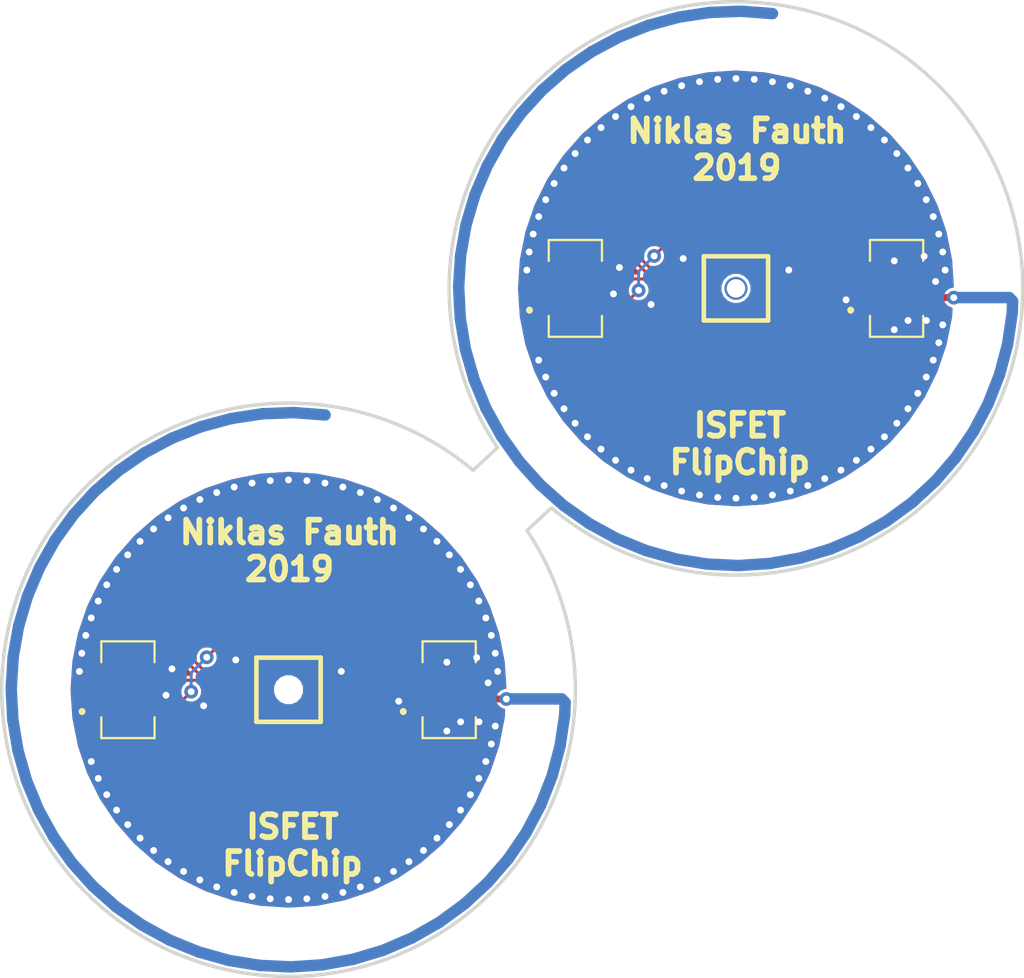
<source format=kicad_pcb>
(kicad_pcb (version 20171130) (host pcbnew 5.0.2-bee76a0~70~ubuntu18.04.1)

  (general
    (thickness 0.6)
    (drawings 44)
    (tracks 443)
    (zones 0)
    (modules 18)
    (nets 16)
  )

  (page A4)
  (layers
    (0 F.Cu signal)
    (31 B.Cu signal)
    (32 B.Adhes user)
    (33 F.Adhes user)
    (34 B.Paste user)
    (35 F.Paste user)
    (36 B.SilkS user)
    (37 F.SilkS user)
    (38 B.Mask user)
    (39 F.Mask user)
    (40 Dwgs.User user)
    (41 Cmts.User user hide)
    (42 Eco1.User user)
    (43 Eco2.User user)
    (44 Edge.Cuts user)
    (45 Margin user)
    (46 B.CrtYd user hide)
    (47 F.CrtYd user hide)
    (48 B.Fab user hide)
    (49 F.Fab user hide)
  )

  (setup
    (last_trace_width 0.13)
    (user_trace_width 0.089)
    (user_trace_width 0.1)
    (user_trace_width 0.2)
    (user_trace_width 0.3)
    (user_trace_width 0.5)
    (user_trace_width 0.8)
    (user_trace_width 1)
    (trace_clearance 0.13)
    (zone_clearance 0.1)
    (zone_45_only no)
    (trace_min 0.089)
    (segment_width 0.2)
    (edge_width 0.15)
    (via_size 0.6)
    (via_drill 0.3)
    (via_min_size 0.45)
    (via_min_drill 0.2)
    (uvia_size 0.3)
    (uvia_drill 0.1)
    (uvias_allowed no)
    (uvia_min_size 0.2)
    (uvia_min_drill 0.1)
    (pcb_text_width 0.3)
    (pcb_text_size 1.5 1.5)
    (mod_edge_width 0.15)
    (mod_text_size 0 0)
    (mod_text_width 0)
    (pad_size 1 1)
    (pad_drill 0.8)
    (pad_to_mask_clearance 0.051)
    (solder_mask_min_width 0.25)
    (aux_axis_origin 0 0)
    (visible_elements FFFFFF7F)
    (pcbplotparams
      (layerselection 0x010fc_ffffffff)
      (usegerberextensions true)
      (usegerberattributes false)
      (usegerberadvancedattributes false)
      (creategerberjobfile false)
      (excludeedgelayer true)
      (linewidth 0.100000)
      (plotframeref false)
      (viasonmask false)
      (mode 1)
      (useauxorigin false)
      (hpglpennumber 1)
      (hpglpenspeed 20)
      (hpglpendiameter 15.000000)
      (psnegative false)
      (psa4output false)
      (plotreference true)
      (plotvalue true)
      (plotinvisibletext false)
      (padsonsilk false)
      (subtractmaskfromsilk false)
      (outputformat 1)
      (mirror false)
      (drillshape 0)
      (scaleselection 1)
      (outputdirectory "gerber_V1.3"))
  )

  (net 0 "")
  (net 1 GNDD)
  (net 2 REFFET1_D2)
  (net 3 REFFET1_D3)
  (net 4 REFFET1_D4)
  (net 5 ISFET1_D4)
  (net 6 ISFET1_D3)
  (net 7 ISFET1_D2)
  (net 8 ISFET1_D1)
  (net 9 ELEC1)
  (net 10 RF_ANT)
  (net 11 "Net-(J11-Pad7)")
  (net 12 "Net-(J11-Pad8)")
  (net 13 "Net-(J11-Pad1)")
  (net 14 "Net-(J11-Pad5)")
  (net 15 O2_ELEC1)

  (net_class Default "This is the default net class."
    (clearance 0.13)
    (trace_width 0.13)
    (via_dia 0.6)
    (via_drill 0.3)
    (uvia_dia 0.3)
    (uvia_drill 0.1)
    (add_net ELEC1)
    (add_net GNDD)
    (add_net ISFET1_D1)
    (add_net ISFET1_D2)
    (add_net ISFET1_D3)
    (add_net ISFET1_D4)
    (add_net "Net-(J11-Pad1)")
    (add_net "Net-(J11-Pad5)")
    (add_net "Net-(J11-Pad7)")
    (add_net "Net-(J11-Pad8)")
    (add_net O2_ELEC1)
    (add_net REFFET1_D2)
    (add_net REFFET1_D3)
    (add_net REFFET1_D4)
    (add_net RF_ANT)
  )

  (module "DF37NC-10DS-0.4V(51):DF37NC10DS04V51" (layer F.Cu) (tedit 5D6EFC41) (tstamp 5D7BB6EB)
    (at 122.5 62.5 270)
    (descr "DF37NC-10DS-0.4V(51)-2")
    (tags Connector)
    (path /5CE23AE6)
    (attr smd)
    (fp_text reference J12 (at 0 0.205 270) (layer F.SilkS) hide
      (effects (font (size 1.27 1.27) (thickness 0.254)))
    )
    (fp_text value Conn_02x05_Odd_Even_MountingPin (at 0 0.205 270) (layer F.SilkS) hide
      (effects (font (size 1.27 1.27) (thickness 0.254)))
    )
    (fp_line (start 2.11 -1.16) (end -2.11 -1.16) (layer Dwgs.User) (width 0.2))
    (fp_line (start -2.11 -1.16) (end -2.11 1.16) (layer Dwgs.User) (width 0.2))
    (fp_line (start -2.11 1.16) (end 2.11 1.16) (layer Dwgs.User) (width 0.2))
    (fp_line (start 2.11 1.16) (end 2.11 -1.16) (layer Dwgs.User) (width 0.2))
    (fp_line (start 3.11 -2.64) (end -3.11 -2.64) (layer Dwgs.User) (width 0.1))
    (fp_line (start -3.11 -2.64) (end -3.11 3.05) (layer Dwgs.User) (width 0.1))
    (fp_line (start -3.11 3.05) (end 3.11 3.05) (layer Dwgs.User) (width 0.1))
    (fp_line (start 3.11 3.05) (end 3.11 -2.64) (layer Dwgs.User) (width 0.1))
    (fp_line (start 1.2 -1.16) (end 2.11 -1.16) (layer F.SilkS) (width 0.1))
    (fp_line (start 2.11 -1.16) (end 2.11 1.16) (layer F.SilkS) (width 0.1))
    (fp_line (start 2.11 1.16) (end 1.2 1.16) (layer F.SilkS) (width 0.1))
    (fp_line (start -1.2 -1.16) (end -2.11 -1.16) (layer F.SilkS) (width 0.1))
    (fp_line (start -2.11 -1.16) (end -2.11 1.16) (layer F.SilkS) (width 0.1))
    (fp_line (start -2.11 1.16) (end -1.2 1.16) (layer F.SilkS) (width 0.1))
    (fp_line (start 1 2) (end 1 2) (layer F.SilkS) (width 0.2))
    (fp_line (start 0.9 2) (end 0.9 2) (layer F.SilkS) (width 0.2))
    (fp_arc (start 0.95 2) (end 1 2) (angle -180) (layer F.SilkS) (width 0.2))
    (fp_arc (start 0.95 2) (end 0.9 2) (angle -180) (layer F.SilkS) (width 0.2))
    (pad 1 smd rect (at 0.8 0.825 270) (size 0.23 0.63) (layers F.Cu F.Paste F.Mask))
    (pad 2 smd rect (at 0.8 -0.825 270) (size 0.23 0.63) (layers F.Cu F.Paste F.Mask))
    (pad 3 smd rect (at 0.4 0.825 270) (size 0.23 0.63) (layers F.Cu F.Paste F.Mask))
    (pad 4 smd rect (at 0.4 -0.825 270) (size 0.23 0.63) (layers F.Cu F.Paste F.Mask))
    (pad 5 smd rect (at 0 0.825 270) (size 0.23 0.63) (layers F.Cu F.Paste F.Mask))
    (pad 6 smd rect (at 0 -0.825 270) (size 0.23 0.63) (layers F.Cu F.Paste F.Mask))
    (pad 7 smd rect (at -0.4 0.825 270) (size 0.23 0.63) (layers F.Cu F.Paste F.Mask))
    (pad 8 smd rect (at -0.4 -0.825 270) (size 0.23 0.63) (layers F.Cu F.Paste F.Mask))
    (pad 9 smd rect (at -0.8 0.825 270) (size 0.23 0.63) (layers F.Cu F.Paste F.Mask))
    (pad 10 smd rect (at -0.8 -0.825 270) (size 0.23 0.63) (layers F.Cu F.Paste F.Mask))
  )

  (module "DF37NC-10DS-0.4V(51):DF37NC10DS04V51" locked (layer F.Cu) (tedit 5D6EFC0B) (tstamp 5D7BB678)
    (at 136.5 62.5 270)
    (descr "DF37NC-10DS-0.4V(51)-2")
    (tags Connector)
    (path /5CDD71F8)
    (attr smd)
    (fp_text reference J11 (at 0 0.205 270) (layer F.SilkS) hide
      (effects (font (size 1.27 1.27) (thickness 0.254)))
    )
    (fp_text value Conn_02x05_Odd_Even_MountingPin (at 0 0.205 270) (layer F.SilkS) hide
      (effects (font (size 1.27 1.27) (thickness 0.254)))
    )
    (fp_line (start 2.11 -1.16) (end -2.11 -1.16) (layer Dwgs.User) (width 0.2))
    (fp_line (start -2.11 -1.16) (end -2.11 1.16) (layer Dwgs.User) (width 0.2))
    (fp_line (start -2.11 1.16) (end 2.11 1.16) (layer Dwgs.User) (width 0.2))
    (fp_line (start 2.11 1.16) (end 2.11 -1.16) (layer Dwgs.User) (width 0.2))
    (fp_line (start 3.11 -2.64) (end -3.11 -2.64) (layer Dwgs.User) (width 0.1))
    (fp_line (start -3.11 -2.64) (end -3.11 3.05) (layer Dwgs.User) (width 0.1))
    (fp_line (start -3.11 3.05) (end 3.11 3.05) (layer Dwgs.User) (width 0.1))
    (fp_line (start 3.11 3.05) (end 3.11 -2.64) (layer Dwgs.User) (width 0.1))
    (fp_line (start 1.2 -1.16) (end 2.11 -1.16) (layer F.SilkS) (width 0.1))
    (fp_line (start 2.11 -1.16) (end 2.11 1.16) (layer F.SilkS) (width 0.1))
    (fp_line (start 2.11 1.16) (end 1.2 1.16) (layer F.SilkS) (width 0.1))
    (fp_line (start -1.2 -1.16) (end -2.11 -1.16) (layer F.SilkS) (width 0.1))
    (fp_line (start -2.11 -1.16) (end -2.11 1.16) (layer F.SilkS) (width 0.1))
    (fp_line (start -2.11 1.16) (end -1.2 1.16) (layer F.SilkS) (width 0.1))
    (fp_line (start 1 2) (end 1 2) (layer F.SilkS) (width 0.2))
    (fp_line (start 0.9 2) (end 0.9 2) (layer F.SilkS) (width 0.2))
    (fp_arc (start 0.95 2) (end 1 2) (angle -180) (layer F.SilkS) (width 0.2))
    (fp_arc (start 0.95 2) (end 0.9 2) (angle -180) (layer F.SilkS) (width 0.2))
    (pad 1 smd rect (at 0.8 0.825 270) (size 0.23 0.63) (layers F.Cu F.Paste F.Mask))
    (pad 2 smd rect (at 0.8 -0.825 270) (size 0.23 0.63) (layers F.Cu F.Paste F.Mask))
    (pad 3 smd rect (at 0.4 0.825 270) (size 0.23 0.63) (layers F.Cu F.Paste F.Mask))
    (pad 4 smd rect (at 0.4 -0.825 270) (size 0.23 0.63) (layers F.Cu F.Paste F.Mask))
    (pad 5 smd rect (at 0 0.825 270) (size 0.23 0.63) (layers F.Cu F.Paste F.Mask))
    (pad 6 smd rect (at 0 -0.825 270) (size 0.23 0.63) (layers F.Cu F.Paste F.Mask))
    (pad 7 smd rect (at -0.4 0.825 270) (size 0.23 0.63) (layers F.Cu F.Paste F.Mask))
    (pad 8 smd rect (at -0.4 -0.825 270) (size 0.23 0.63) (layers F.Cu F.Paste F.Mask))
    (pad 9 smd rect (at -0.8 0.825 270) (size 0.23 0.63) (layers F.Cu F.Paste F.Mask))
    (pad 10 smd rect (at -0.8 -0.825 270) (size 0.23 0.63) (layers F.Cu F.Paste F.Mask))
  )

  (module MountingHole:MountingHole_2.5mm (layer F.Cu) (tedit 5D6EFFA2) (tstamp 5D7BB63F)
    (at 129.5 62.5)
    (descr "Mounting Hole 2.5mm, no annular")
    (tags "mounting hole 2.5mm no annular")
    (attr virtual)
    (fp_text reference REF** (at 0 -3.5) (layer F.SilkS) hide
      (effects (font (size 1 1) (thickness 0.15)))
    )
    (fp_text value MountingHole_2.5mm (at 0 3.5) (layer F.Fab)
      (effects (font (size 1 1) (thickness 0.15)))
    )
    (fp_text user %R (at 0.3 0) (layer F.Fab)
      (effects (font (size 1 1) (thickness 0.15)))
    )
    (fp_circle (center 0 0) (end 2.5 0) (layer Cmts.User) (width 0.15))
    (fp_circle (center 0 0) (end 2.75 0) (layer F.CrtYd) (width 0.05))
    (pad "" np_thru_hole circle (at 0 0) (size 1 1) (drill 0.8) (layers *.Cu *.Mask))
  )

  (module Sensor_Voltage:ISFET_FC_MIN (layer F.Cu) (tedit 5CEBFDF7) (tstamp 5D7BB60D)
    (at 129.5 62.5)
    (fp_text reference REF** (at -1.9 1.7) (layer F.SilkS) hide
      (effects (font (size 1 1) (thickness 0.15)))
    )
    (fp_text value ISFET_FC_MIN (at -0.4 -3.5) (layer F.Fab)
      (effects (font (size 1 1) (thickness 0.15)))
    )
    (pad ELEC smd circle (at 0.11 -0.753) (size 0.15 0.15) (layers F.Cu F.Paste F.Mask))
    (pad O2 smd circle (at 0.33 -0.753) (size 0.15 0.15) (layers F.Cu F.Paste F.Mask))
    (pad G smd circle (at -0.33 -0.753 180) (size 0.15 0.15) (layers F.Cu F.Paste F.Mask))
    (pad D2m smd circle (at -0.753 0.33 270) (size 0.15 0.15) (layers F.Cu F.Paste F.Mask))
    (pad D4m smd circle (at -0.753 -0.55 90) (size 0.15 0.15) (layers F.Cu F.Paste F.Mask))
    (pad D3m smd circle (at -0.753 -0.11 90) (size 0.15 0.15) (layers F.Cu F.Paste F.Mask))
    (pad S smd circle (at 0.11 0.753) (size 0.15 0.15) (layers F.Cu F.Paste F.Mask))
    (pad SUB smd circle (at -0.33 0.753 180) (size 0.15 0.15) (layers F.Cu F.Paste F.Mask))
    (pad D1i smd circle (at 0.55 0.753) (size 0.15 0.15) (layers F.Cu F.Paste F.Mask))
    (pad D3i smd circle (at 0.753 -0.11 90) (size 0.15 0.15) (layers F.Cu F.Paste F.Mask))
    (pad D2i smd circle (at 0.753 0.33 270) (size 0.15 0.15) (layers F.Cu F.Paste F.Mask))
    (pad D4i smd circle (at 0.753 -0.55 90) (size 0.15 0.15) (layers F.Cu F.Paste F.Mask))
  )

  (module "DF37NC-10DS-0.4V(51):DF37NC10DS04V51" (layer F.Cu) (tedit 5D6EFC41) (tstamp 5CF16BCB)
    (at 103 80 270)
    (descr "DF37NC-10DS-0.4V(51)-2")
    (tags Connector)
    (path /5CE23AE6)
    (attr smd)
    (fp_text reference J12 (at 0 0.205 270) (layer F.SilkS) hide
      (effects (font (size 1.27 1.27) (thickness 0.254)))
    )
    (fp_text value Conn_02x05_Odd_Even_MountingPin (at 0 0.205 270) (layer F.SilkS) hide
      (effects (font (size 1.27 1.27) (thickness 0.254)))
    )
    (fp_arc (start 0.95 2) (end 0.9 2) (angle -180) (layer F.SilkS) (width 0.2))
    (fp_arc (start 0.95 2) (end 1 2) (angle -180) (layer F.SilkS) (width 0.2))
    (fp_line (start 0.9 2) (end 0.9 2) (layer F.SilkS) (width 0.2))
    (fp_line (start 1 2) (end 1 2) (layer F.SilkS) (width 0.2))
    (fp_line (start -2.11 1.16) (end -1.2 1.16) (layer F.SilkS) (width 0.1))
    (fp_line (start -2.11 -1.16) (end -2.11 1.16) (layer F.SilkS) (width 0.1))
    (fp_line (start -1.2 -1.16) (end -2.11 -1.16) (layer F.SilkS) (width 0.1))
    (fp_line (start 2.11 1.16) (end 1.2 1.16) (layer F.SilkS) (width 0.1))
    (fp_line (start 2.11 -1.16) (end 2.11 1.16) (layer F.SilkS) (width 0.1))
    (fp_line (start 1.2 -1.16) (end 2.11 -1.16) (layer F.SilkS) (width 0.1))
    (fp_line (start 3.11 3.05) (end 3.11 -2.64) (layer Dwgs.User) (width 0.1))
    (fp_line (start -3.11 3.05) (end 3.11 3.05) (layer Dwgs.User) (width 0.1))
    (fp_line (start -3.11 -2.64) (end -3.11 3.05) (layer Dwgs.User) (width 0.1))
    (fp_line (start 3.11 -2.64) (end -3.11 -2.64) (layer Dwgs.User) (width 0.1))
    (fp_line (start 2.11 1.16) (end 2.11 -1.16) (layer Dwgs.User) (width 0.2))
    (fp_line (start -2.11 1.16) (end 2.11 1.16) (layer Dwgs.User) (width 0.2))
    (fp_line (start -2.11 -1.16) (end -2.11 1.16) (layer Dwgs.User) (width 0.2))
    (fp_line (start 2.11 -1.16) (end -2.11 -1.16) (layer Dwgs.User) (width 0.2))
    (pad 10 smd rect (at -0.8 -0.825 270) (size 0.23 0.63) (layers F.Cu F.Paste F.Mask)
      (net 1 GNDD))
    (pad 9 smd rect (at -0.8 0.825 270) (size 0.23 0.63) (layers F.Cu F.Paste F.Mask))
    (pad 8 smd rect (at -0.4 -0.825 270) (size 0.23 0.63) (layers F.Cu F.Paste F.Mask)
      (net 2 REFFET1_D2))
    (pad 7 smd rect (at -0.4 0.825 270) (size 0.23 0.63) (layers F.Cu F.Paste F.Mask)
      (net 5 ISFET1_D4))
    (pad 6 smd rect (at 0 -0.825 270) (size 0.23 0.63) (layers F.Cu F.Paste F.Mask)
      (net 3 REFFET1_D3))
    (pad 5 smd rect (at 0 0.825 270) (size 0.23 0.63) (layers F.Cu F.Paste F.Mask)
      (net 6 ISFET1_D3))
    (pad 4 smd rect (at 0.4 -0.825 270) (size 0.23 0.63) (layers F.Cu F.Paste F.Mask)
      (net 4 REFFET1_D4))
    (pad 3 smd rect (at 0.4 0.825 270) (size 0.23 0.63) (layers F.Cu F.Paste F.Mask)
      (net 7 ISFET1_D2))
    (pad 2 smd rect (at 0.8 -0.825 270) (size 0.23 0.63) (layers F.Cu F.Paste F.Mask))
    (pad 1 smd rect (at 0.8 0.825 270) (size 0.23 0.63) (layers F.Cu F.Paste F.Mask)
      (net 8 ISFET1_D1))
  )

  (module "DF37NC-10DS-0.4V(51):DF37NC10DS04V51" locked (layer F.Cu) (tedit 5D6EFC0B) (tstamp 5CEB07AF)
    (at 117 80 270)
    (descr "DF37NC-10DS-0.4V(51)-2")
    (tags Connector)
    (path /5CDD71F8)
    (attr smd)
    (fp_text reference J11 (at 0 0.205 270) (layer F.SilkS) hide
      (effects (font (size 1.27 1.27) (thickness 0.254)))
    )
    (fp_text value Conn_02x05_Odd_Even_MountingPin (at 0 0.205 270) (layer F.SilkS) hide
      (effects (font (size 1.27 1.27) (thickness 0.254)))
    )
    (fp_arc (start 0.95 2) (end 0.9 2) (angle -180) (layer F.SilkS) (width 0.2))
    (fp_arc (start 0.95 2) (end 1 2) (angle -180) (layer F.SilkS) (width 0.2))
    (fp_line (start 0.9 2) (end 0.9 2) (layer F.SilkS) (width 0.2))
    (fp_line (start 1 2) (end 1 2) (layer F.SilkS) (width 0.2))
    (fp_line (start -2.11 1.16) (end -1.2 1.16) (layer F.SilkS) (width 0.1))
    (fp_line (start -2.11 -1.16) (end -2.11 1.16) (layer F.SilkS) (width 0.1))
    (fp_line (start -1.2 -1.16) (end -2.11 -1.16) (layer F.SilkS) (width 0.1))
    (fp_line (start 2.11 1.16) (end 1.2 1.16) (layer F.SilkS) (width 0.1))
    (fp_line (start 2.11 -1.16) (end 2.11 1.16) (layer F.SilkS) (width 0.1))
    (fp_line (start 1.2 -1.16) (end 2.11 -1.16) (layer F.SilkS) (width 0.1))
    (fp_line (start 3.11 3.05) (end 3.11 -2.64) (layer Dwgs.User) (width 0.1))
    (fp_line (start -3.11 3.05) (end 3.11 3.05) (layer Dwgs.User) (width 0.1))
    (fp_line (start -3.11 -2.64) (end -3.11 3.05) (layer Dwgs.User) (width 0.1))
    (fp_line (start 3.11 -2.64) (end -3.11 -2.64) (layer Dwgs.User) (width 0.1))
    (fp_line (start 2.11 1.16) (end 2.11 -1.16) (layer Dwgs.User) (width 0.2))
    (fp_line (start -2.11 1.16) (end 2.11 1.16) (layer Dwgs.User) (width 0.2))
    (fp_line (start -2.11 -1.16) (end -2.11 1.16) (layer Dwgs.User) (width 0.2))
    (fp_line (start 2.11 -1.16) (end -2.11 -1.16) (layer Dwgs.User) (width 0.2))
    (pad 10 smd rect (at -0.8 -0.825 270) (size 0.23 0.63) (layers F.Cu F.Paste F.Mask)
      (net 15 O2_ELEC1))
    (pad 9 smd rect (at -0.8 0.825 270) (size 0.23 0.63) (layers F.Cu F.Paste F.Mask)
      (net 9 ELEC1))
    (pad 8 smd rect (at -0.4 -0.825 270) (size 0.23 0.63) (layers F.Cu F.Paste F.Mask)
      (net 12 "Net-(J11-Pad8)"))
    (pad 7 smd rect (at -0.4 0.825 270) (size 0.23 0.63) (layers F.Cu F.Paste F.Mask)
      (net 11 "Net-(J11-Pad7)"))
    (pad 6 smd rect (at 0 -0.825 270) (size 0.23 0.63) (layers F.Cu F.Paste F.Mask)
      (net 1 GNDD))
    (pad 5 smd rect (at 0 0.825 270) (size 0.23 0.63) (layers F.Cu F.Paste F.Mask)
      (net 14 "Net-(J11-Pad5)"))
    (pad 4 smd rect (at 0.4 -0.825 270) (size 0.23 0.63) (layers F.Cu F.Paste F.Mask)
      (net 10 RF_ANT))
    (pad 3 smd rect (at 0.4 0.825 270) (size 0.23 0.63) (layers F.Cu F.Paste F.Mask)
      (net 1 GNDD))
    (pad 2 smd rect (at 0.8 -0.825 270) (size 0.23 0.63) (layers F.Cu F.Paste F.Mask)
      (net 1 GNDD))
    (pad 1 smd rect (at 0.8 0.825 270) (size 0.23 0.63) (layers F.Cu F.Paste F.Mask)
      (net 13 "Net-(J11-Pad1)"))
  )

  (module MountingHole:MountingHole_2.5mm (layer F.Cu) (tedit 5D22D8B2) (tstamp 5CE83DBE)
    (at 110 80)
    (descr "Mounting Hole 2.5mm, no annular")
    (tags "mounting hole 2.5mm no annular")
    (attr virtual)
    (fp_text reference REF** (at 0 -3.5) (layer F.SilkS) hide
      (effects (font (size 1 1) (thickness 0.15)))
    )
    (fp_text value MountingHole_2.5mm (at 0 3.5) (layer F.Fab)
      (effects (font (size 1 1) (thickness 0.15)))
    )
    (fp_circle (center 0 0) (end 2.75 0) (layer F.CrtYd) (width 0.05))
    (fp_circle (center 0 0) (end 2.5 0) (layer Cmts.User) (width 0.15))
    (fp_text user %R (at 0.3 0) (layer F.Fab)
      (effects (font (size 1 1) (thickness 0.15)))
    )
    (pad "" np_thru_hole circle (at 0 0) (size 1 1) (drill 1) (layers *.Cu *.Mask))
  )

  (module Sensor_Voltage:ISFET_FC_MIN (layer F.Cu) (tedit 5CEBFDF7) (tstamp 5CE83D9A)
    (at 110 80)
    (fp_text reference REF** (at -1.9 1.7) (layer F.SilkS) hide
      (effects (font (size 1 1) (thickness 0.15)))
    )
    (fp_text value ISFET_FC_MIN (at -0.4 -3.5) (layer F.Fab)
      (effects (font (size 1 1) (thickness 0.15)))
    )
    (pad D4i smd circle (at 0.753 -0.55 90) (size 0.15 0.15) (layers F.Cu F.Paste F.Mask)
      (net 5 ISFET1_D4))
    (pad D2i smd circle (at 0.753 0.33 270) (size 0.15 0.15) (layers F.Cu F.Paste F.Mask)
      (net 7 ISFET1_D2))
    (pad D3i smd circle (at 0.753 -0.11 90) (size 0.15 0.15) (layers F.Cu F.Paste F.Mask)
      (net 6 ISFET1_D3))
    (pad D1i smd circle (at 0.55 0.753) (size 0.15 0.15) (layers F.Cu F.Paste F.Mask)
      (net 8 ISFET1_D1))
    (pad SUB smd circle (at -0.33 0.753 180) (size 0.15 0.15) (layers F.Cu F.Paste F.Mask))
    (pad S smd circle (at 0.11 0.753) (size 0.15 0.15) (layers F.Cu F.Paste F.Mask))
    (pad D3m smd circle (at -0.753 -0.11 90) (size 0.15 0.15) (layers F.Cu F.Paste F.Mask)
      (net 3 REFFET1_D3))
    (pad D4m smd circle (at -0.753 -0.55 90) (size 0.15 0.15) (layers F.Cu F.Paste F.Mask)
      (net 4 REFFET1_D4))
    (pad D2m smd circle (at -0.753 0.33 270) (size 0.15 0.15) (layers F.Cu F.Paste F.Mask)
      (net 2 REFFET1_D2))
    (pad G smd circle (at -0.33 -0.753 180) (size 0.15 0.15) (layers F.Cu F.Paste F.Mask))
    (pad O2 smd circle (at 0.33 -0.753) (size 0.15 0.15) (layers F.Cu F.Paste F.Mask)
      (net 15 O2_ELEC1))
    (pad ELEC smd circle (at 0.11 -0.753) (size 0.15 0.15) (layers F.Cu F.Paste F.Mask)
      (net 9 ELEC1))
  )

  (module MountingHole:MountingHole_2.5mm (layer F.Cu) (tedit 5C92747C) (tstamp 5CE83D73)
    (at 119.763096 70.43426 130)
    (descr "Mounting Hole 2.5mm, no annular")
    (tags "mounting hole 2.5mm no annular")
    (attr virtual)
    (fp_text reference REF** (at 0 -3.5 130) (layer F.SilkS) hide
      (effects (font (size 1 1) (thickness 0.15)))
    )
    (fp_text value MountingHole_2.5mm (at 0 3.5 130) (layer F.Fab)
      (effects (font (size 1 1) (thickness 0.15)))
    )
    (fp_circle (center 0 0) (end 2.75 0) (layer F.CrtYd) (width 0.05))
    (fp_circle (center 0 0) (end 2.5 0) (layer Cmts.User) (width 0.15))
    (fp_text user %R (at 0.3 0 130) (layer F.Fab)
      (effects (font (size 1 1) (thickness 0.15)))
    )
    (pad "" np_thru_hole circle (at 0 0 130) (size 0.3 0.3) (drill 0.3) (layers *.Cu *.Mask))
  )

  (module MountingHole:MountingHole_2.5mm (layer F.Cu) (tedit 5C92747C) (tstamp 5CE83D6C)
    (at 119.674117 72.059697 130)
    (descr "Mounting Hole 2.5mm, no annular")
    (tags "mounting hole 2.5mm no annular")
    (attr virtual)
    (fp_text reference REF** (at 0 -3.5 130) (layer F.SilkS) hide
      (effects (font (size 1 1) (thickness 0.15)))
    )
    (fp_text value MountingHole_2.5mm (at 0 3.5 130) (layer F.Fab)
      (effects (font (size 1 1) (thickness 0.15)))
    )
    (fp_circle (center 0 0) (end 2.75 0) (layer F.CrtYd) (width 0.05))
    (fp_circle (center 0 0) (end 2.5 0) (layer Cmts.User) (width 0.15))
    (fp_text user %R (at 0.3 0 130) (layer F.Fab)
      (effects (font (size 1 1) (thickness 0.15)))
    )
    (pad "" np_thru_hole circle (at 0 0 130) (size 0.3 0.3) (drill 0.3) (layers *.Cu *.Mask))
  )

  (module MountingHole:MountingHole_2.5mm (layer F.Cu) (tedit 5C92747C) (tstamp 5CE83D65)
    (at 120.470161 71.276908 130)
    (descr "Mounting Hole 2.5mm, no annular")
    (tags "mounting hole 2.5mm no annular")
    (attr virtual)
    (fp_text reference REF** (at 0 -3.5 130) (layer F.SilkS) hide
      (effects (font (size 1 1) (thickness 0.15)))
    )
    (fp_text value MountingHole_2.5mm (at 0 3.5 130) (layer F.Fab)
      (effects (font (size 1 1) (thickness 0.15)))
    )
    (fp_circle (center 0 0) (end 2.75 0) (layer F.CrtYd) (width 0.05))
    (fp_circle (center 0 0) (end 2.5 0) (layer Cmts.User) (width 0.15))
    (fp_text user %R (at 0.3 0 130) (layer F.Fab)
      (effects (font (size 1 1) (thickness 0.15)))
    )
    (pad "" np_thru_hole circle (at 0 0 130) (size 0.3 0.3) (drill 0.3) (layers *.Cu *.Mask))
  )

  (module MountingHole:MountingHole_2.5mm (layer F.Cu) (tedit 5C92747C) (tstamp 5CE83D5E)
    (at 120.861997 71.666093 130)
    (descr "Mounting Hole 2.5mm, no annular")
    (tags "mounting hole 2.5mm no annular")
    (attr virtual)
    (fp_text reference REF** (at 0 -3.5 130) (layer F.SilkS) hide
      (effects (font (size 1 1) (thickness 0.15)))
    )
    (fp_text value MountingHole_2.5mm (at 0 3.5 130) (layer F.Fab)
      (effects (font (size 1 1) (thickness 0.15)))
    )
    (fp_circle (center 0 0) (end 2.75 0) (layer F.CrtYd) (width 0.05))
    (fp_circle (center 0 0) (end 2.5 0) (layer Cmts.User) (width 0.15))
    (fp_text user %R (at 0.3 0 130) (layer F.Fab)
      (effects (font (size 1 1) (thickness 0.15)))
    )
    (pad "" np_thru_hole circle (at 0 0 130) (size 0.3 0.3) (drill 0.3) (layers *.Cu *.Mask))
  )

  (module MountingHole:MountingHole_2.5mm (layer F.Cu) (tedit 5C92747C) (tstamp 5CE83D57)
    (at 120.116628 70.855584 130)
    (descr "Mounting Hole 2.5mm, no annular")
    (tags "mounting hole 2.5mm no annular")
    (attr virtual)
    (fp_text reference REF** (at 0 -3.5 130) (layer F.SilkS) hide
      (effects (font (size 1 1) (thickness 0.15)))
    )
    (fp_text value MountingHole_2.5mm (at 0 3.5 130) (layer F.Fab)
      (effects (font (size 1 1) (thickness 0.15)))
    )
    (fp_circle (center 0 0) (end 2.75 0) (layer F.CrtYd) (width 0.05))
    (fp_circle (center 0 0) (end 2.5 0) (layer Cmts.User) (width 0.15))
    (fp_text user %R (at 0.3 0 130) (layer F.Fab)
      (effects (font (size 1 1) (thickness 0.15)))
    )
    (pad "" np_thru_hole circle (at 0 0 130) (size 0.3 0.3) (drill 0.3) (layers *.Cu *.Mask))
  )

  (module MountingHole:MountingHole_2.5mm (layer F.Cu) (tedit 5C92747C) (tstamp 5CE83D50)
    (at 119.989348 72.51316 130)
    (descr "Mounting Hole 2.5mm, no annular")
    (tags "mounting hole 2.5mm no annular")
    (attr virtual)
    (fp_text reference REF** (at 0 -3.5 130) (layer F.SilkS) hide
      (effects (font (size 1 1) (thickness 0.15)))
    )
    (fp_text value MountingHole_2.5mm (at 0 3.5 130) (layer F.Fab)
      (effects (font (size 1 1) (thickness 0.15)))
    )
    (fp_text user %R (at 0.3 0 130) (layer F.Fab)
      (effects (font (size 1 1) (thickness 0.15)))
    )
    (fp_circle (center 0 0) (end 2.5 0) (layer Cmts.User) (width 0.15))
    (fp_circle (center 0 0) (end 2.75 0) (layer F.CrtYd) (width 0.05))
    (pad "" np_thru_hole circle (at 0 0 130) (size 0.3 0.3) (drill 0.3) (layers *.Cu *.Mask))
  )

  (module MountingHole:MountingHole_2.5mm (layer F.Cu) (tedit 5C92747C) (tstamp 5CE83D49)
    (at 118.96705 71.217047 130)
    (descr "Mounting Hole 2.5mm, no annular")
    (tags "mounting hole 2.5mm no annular")
    (attr virtual)
    (fp_text reference REF** (at 0 -3.5 130) (layer F.SilkS) hide
      (effects (font (size 1 1) (thickness 0.15)))
    )
    (fp_text value MountingHole_2.5mm (at 0 3.5 130) (layer F.Fab)
      (effects (font (size 1 1) (thickness 0.15)))
    )
    (fp_circle (center 0 0) (end 2.75 0) (layer F.CrtYd) (width 0.05))
    (fp_circle (center 0 0) (end 2.5 0) (layer Cmts.User) (width 0.15))
    (fp_text user %R (at 0.3 0 130) (layer F.Fab)
      (effects (font (size 1 1) (thickness 0.15)))
    )
    (pad "" np_thru_hole circle (at 0 0 130) (size 0.3 0.3) (drill 0.3) (layers *.Cu *.Mask))
  )

  (module MountingHole:MountingHole_2.5mm (layer F.Cu) (tedit 5C92747C) (tstamp 5CE83D42)
    (at 118.575216 70.827862 130)
    (descr "Mounting Hole 2.5mm, no annular")
    (tags "mounting hole 2.5mm no annular")
    (attr virtual)
    (fp_text reference REF** (at 0 -3.5 130) (layer F.SilkS) hide
      (effects (font (size 1 1) (thickness 0.15)))
    )
    (fp_text value MountingHole_2.5mm (at 0 3.5 130) (layer F.Fab)
      (effects (font (size 1 1) (thickness 0.15)))
    )
    (fp_circle (center 0 0) (end 2.75 0) (layer F.CrtYd) (width 0.05))
    (fp_circle (center 0 0) (end 2.5 0) (layer Cmts.User) (width 0.15))
    (fp_text user %R (at 0.3 0 130) (layer F.Fab)
      (effects (font (size 1 1) (thickness 0.15)))
    )
    (pad "" np_thru_hole circle (at 0 0 130) (size 0.3 0.3) (drill 0.3) (layers *.Cu *.Mask))
  )

  (module MountingHole:MountingHole_2.5mm (layer F.Cu) (tedit 5C92747C) (tstamp 5CE83D3B)
    (at 119.320584 71.63837 130)
    (descr "Mounting Hole 2.5mm, no annular")
    (tags "mounting hole 2.5mm no annular")
    (attr virtual)
    (fp_text reference REF** (at 0 -3.5 130) (layer F.SilkS) hide
      (effects (font (size 1 1) (thickness 0.15)))
    )
    (fp_text value MountingHole_2.5mm (at 0 3.5 130) (layer F.Fab)
      (effects (font (size 1 1) (thickness 0.15)))
    )
    (fp_circle (center 0 0) (end 2.75 0) (layer F.CrtYd) (width 0.05))
    (fp_circle (center 0 0) (end 2.5 0) (layer Cmts.User) (width 0.15))
    (fp_text user %R (at 0.3 0 130) (layer F.Fab)
      (effects (font (size 1 1) (thickness 0.15)))
    )
    (pad "" np_thru_hole circle (at 0 0 130) (size 0.3 0.3) (drill 0.3) (layers *.Cu *.Mask))
  )

  (module MountingHole:MountingHole_2.5mm (layer F.Cu) (tedit 5C92747C) (tstamp 5CE83D34)
    (at 119.447864 69.980796 130)
    (descr "Mounting Hole 2.5mm, no annular")
    (tags "mounting hole 2.5mm no annular")
    (attr virtual)
    (fp_text reference REF** (at 0 -3.5 130) (layer F.SilkS) hide
      (effects (font (size 1 1) (thickness 0.15)))
    )
    (fp_text value MountingHole_2.5mm (at 0 3.5 130) (layer F.Fab)
      (effects (font (size 1 1) (thickness 0.15)))
    )
    (fp_circle (center 0 0) (end 2.75 0) (layer F.CrtYd) (width 0.05))
    (fp_circle (center 0 0) (end 2.5 0) (layer Cmts.User) (width 0.15))
    (fp_text user %R (at 0.3 0 130) (layer F.Fab)
      (effects (font (size 1 1) (thickness 0.15)))
    )
    (pad "" np_thru_hole circle (at 0 0 130) (size 0.3 0.3) (drill 0.3) (layers *.Cu *.Mask))
  )

  (gr_poly (pts (xy 128.25 61.25) (xy 130.75 61.25) (xy 130.75 63.75) (xy 128.25 63.75)) (layer F.Mask) (width 0.15))
  (gr_poly (pts (xy 108.75 78.75) (xy 111.25 78.75) (xy 111.25 81.25) (xy 108.75 81.25)) (layer F.Mask) (width 0.15))
  (gr_circle (center 128.75 61.95) (end 128.725 62) (layer F.Mask) (width 0.2) (tstamp 5D7BB73C))
  (gr_line (start 128.1 61.1) (end 130.9 61.1) (layer F.SilkS) (width 0.2) (tstamp 5D7BB738))
  (gr_text "ISFET\nFlipChip" (at 129.67 69.28) (layer F.SilkS) (tstamp 5D7BB737)
    (effects (font (size 1 1) (thickness 0.25)))
  )
  (gr_line (start 130.9 63.9) (end 128.1 63.9) (layer F.SilkS) (width 0.2) (tstamp 5D7BB734))
  (gr_circle (center 130.25 62.39) (end 130.225 62.44) (layer F.Mask) (width 0.2) (tstamp 5D7BB732))
  (gr_circle (center 130.25 61.95) (end 130.225 62) (layer F.Mask) (width 0.2) (tstamp 5D7BB731))
  (gr_circle (center 130.05 63.25) (end 130.025 63.299999) (layer F.Mask) (width 0.2) (tstamp 5D7BB72A))
  (gr_circle (center 129.17 61.75) (end 129.145 61.8) (layer F.Mask) (width 0.2) (tstamp 5D7BB729))
  (gr_circle (center 129.83 61.75) (end 129.805 61.8) (layer F.Mask) (width 0.2) (tstamp 5D7BB725))
  (gr_line (start 128.1 63.9) (end 128.1 61.1) (layer F.SilkS) (width 0.2) (tstamp 5D7BB71D))
  (gr_text "Niklas Fauth\n2019" (at 129.4 67) (layer B.Mask) (tstamp 5D7BB6E3)
    (effects (font (size 1.5 1.5) (thickness 0.3)) (justify mirror))
  )
  (gr_circle (center 128.75 62.83) (end 128.725 62.88) (layer F.Mask) (width 0.2) (tstamp 5D7BB6E2))
  (gr_circle (center 129.61 61.75) (end 129.585 61.8) (layer F.Mask) (width 0.2) (tstamp 5D7BB6E1))
  (gr_text "Niklas Fauth\n2019" (at 129.54 56.44) (layer F.SilkS) (tstamp 5D7BB6BF)
    (effects (font (size 1 1) (thickness 0.25)))
  )
  (gr_circle (center 130.25 62.83) (end 130.225 62.88) (layer F.Mask) (width 0.2) (tstamp 5D7BB69E))
  (gr_circle (center 129.61 63.25) (end 129.585001 63.3) (layer F.Mask) (width 0.2) (tstamp 5D7BB63D))
  (gr_circle (center 128.75 62.39) (end 128.725 62.44) (layer F.Mask) (width 0.2) (tstamp 5D7BB63C))
  (gr_circle (center 129.17 63.25) (end 129.145001 63.3) (layer F.Mask) (width 0.2) (tstamp 5D7BB60C))
  (gr_line (start 130.9 61.1) (end 130.9 63.9) (layer F.SilkS) (width 0.2) (tstamp 5D7BB609))
  (gr_arc (start 129.5 62.5) (end 121.465156 72.075561) (angle -343.7397953) (layer Edge.Cuts) (width 0.15) (tstamp 5CE83A96))
  (gr_text "Niklas Fauth\n2019" (at 109.9 84.5) (layer B.Mask) (tstamp 5D391036)
    (effects (font (size 1.5 1.5) (thickness 0.3)) (justify mirror))
  )
  (gr_circle (center 110.75 80.33) (end 110.725 80.38) (layer F.Mask) (width 0.2) (tstamp 5D390D8C))
  (gr_circle (center 110.11 79.25) (end 110.085 79.3) (layer F.Mask) (width 0.2) (tstamp 5D390D8B))
  (gr_circle (center 110.11 80.75) (end 110.085001 80.8) (layer F.Mask) (width 0.2) (tstamp 5D390D8A))
  (gr_circle (center 109.25 79.89) (end 109.225 79.94) (layer F.Mask) (width 0.2) (tstamp 5D390D89))
  (gr_circle (center 110.75 79.89) (end 110.725 79.94) (layer F.Mask) (width 0.2) (tstamp 5D390D88))
  (gr_circle (center 109.67 79.25) (end 109.645 79.3) (layer F.Mask) (width 0.2) (tstamp 5D390D87))
  (gr_circle (center 109.25 80.33) (end 109.225 80.38) (layer F.Mask) (width 0.2) (tstamp 5D390D86))
  (gr_circle (center 109.25 79.45) (end 109.225 79.5) (layer F.Mask) (width 0.2) (tstamp 5D390D85))
  (gr_circle (center 110.75 79.45) (end 110.725 79.5) (layer F.Mask) (width 0.2) (tstamp 5D390D84))
  (gr_circle (center 110.55 80.75) (end 110.525 80.799999) (layer F.Mask) (width 0.2) (tstamp 5D390D83))
  (gr_circle (center 109.67 80.75) (end 109.645001 80.8) (layer F.Mask) (width 0.2) (tstamp 5D390D82))
  (gr_circle (center 110.33 79.25) (end 110.305 79.3) (layer F.Mask) (width 0.2) (tstamp 5D390D81))
  (gr_text "Niklas Fauth\n2019" (at 110.04 73.94) (layer F.SilkS) (tstamp 5CEC3529)
    (effects (font (size 1 1) (thickness 0.25)))
  )
  (gr_text "ISFET\nFlipChip" (at 110.17 86.78) (layer F.SilkS) (tstamp 5CE83DBD)
    (effects (font (size 1 1) (thickness 0.25)))
  )
  (gr_line (start 108.6 78.6) (end 111.4 78.6) (layer F.SilkS) (width 0.2) (tstamp 5CE83DAA))
  (gr_line (start 108.6 81.4) (end 108.6 78.6) (layer F.SilkS) (width 0.2) (tstamp 5CE83DA9))
  (gr_line (start 111.4 81.4) (end 108.6 81.4) (layer F.SilkS) (width 0.2) (tstamp 5CE83D7B))
  (gr_line (start 111.4 78.6) (end 111.4 81.4) (layer F.SilkS) (width 0.2) (tstamp 5CE83D7A))
  (gr_line (start 121.45 72.075) (end 120.4 73.05) (layer Edge.Cuts) (width 0.15))
  (gr_line (start 118.05 70.425) (end 119.1 69.45) (layer Edge.Cuts) (width 0.15))
  (gr_arc (start 110 80) (end 118.034845 70.424443) (angle -343.7397953) (layer Edge.Cuts) (width 0.15))

  (segment (start 108.50372 78.05674) (end 109.6645 79.21752) (width 0.13) (layer F.Cu) (net 0))
  (segment (start 109.13872 81.28508) (end 109.67212 80.75168) (width 0.13) (layer F.Cu) (net 0))
  (segment (start 109.13872 81.28508) (end 109.92866 81.28508) (width 0.13) (layer F.Cu) (net 0))
  (segment (start 109.92866 81.28508) (end 110.109 81.10474) (width 0.13) (layer F.Cu) (net 0))
  (segment (start 110.109 81.10474) (end 110.109 80.75676) (width 0.13) (layer F.Cu) (net 0))
  (segment (start 103.19492 81.28508) (end 109.13872 81.28508) (width 0.13) (layer F.Cu) (net 0))
  (segment (start 103.19 81.29) (end 103.19492 81.28508) (width 0.13) (layer F.Cu) (net 0))
  (segment (start 102.62 79.2) (end 102.76998 79.34998) (width 0.13) (layer F.Cu) (net 0))
  (segment (start 102.175 79.2) (end 102.62 79.2) (width 0.13) (layer F.Cu) (net 0))
  (segment (start 102.76998 79.34998) (end 102.76998 80.85998) (width 0.13) (layer F.Cu) (net 0))
  (segment (start 102.76998 80.85998) (end 103.2 81.29) (width 0.13) (layer F.Cu) (net 0))
  (segment (start 108.50372 78.05674) (end 106.96326 78.05674) (width 0.13) (layer F.Cu) (net 0))
  (via (at 106.434456 78.585544) (size 0.6) (drill 0.3) (layers F.Cu B.Cu) (net 0))
  (segment (start 106.96326 78.05674) (end 106.434456 78.585544) (width 0.13) (layer F.Cu) (net 0))
  (segment (start 103.75 80.78) (end 105.061715 80.78) (width 0.13) (layer F.Cu) (net 0))
  (segment (start 105.061715 80.78) (end 105.456706 80.385009) (width 0.13) (layer F.Cu) (net 0))
  (segment (start 105.756705 79.660746) (end 105.756705 80.08501) (width 0.13) (layer B.Cu) (net 0))
  (segment (start 105.756705 79.263295) (end 105.756705 79.660746) (width 0.13) (layer B.Cu) (net 0))
  (segment (start 106.434456 78.585544) (end 105.756705 79.263295) (width 0.13) (layer B.Cu) (net 0))
  (via (at 105.756705 80.08501) (size 0.6) (drill 0.3) (layers F.Cu B.Cu) (net 0))
  (segment (start 105.456706 80.385009) (end 105.756705 80.08501) (width 0.13) (layer F.Cu) (net 0))
  (via (at 120.384824 61.702526) (size 0.6) (drill 0.3) (layers F.Cu B.Cu) (net 0) (tstamp 5CF75D89))
  (segment (start 125.256705 61.763295) (end 125.256705 62.160746) (width 0.13) (layer B.Cu) (net 0) (tstamp 5D7BB608))
  (segment (start 129.609 63.60474) (end 129.609 63.25676) (width 0.13) (layer F.Cu) (net 0) (tstamp 5D7BB61C))
  (segment (start 129.42866 63.78508) (end 129.609 63.60474) (width 0.13) (layer F.Cu) (net 0) (tstamp 5D7BB620))
  (segment (start 123.25 63.28) (end 124.561715 63.28) (width 0.13) (layer F.Cu) (net 0) (tstamp 5D7BB625))
  (segment (start 121.675 61.7) (end 122.12 61.7) (width 0.13) (layer F.Cu) (net 0) (tstamp 5D7BB626))
  (segment (start 128.00372 60.55674) (end 129.1645 61.71752) (width 0.13) (layer F.Cu) (net 0) (tstamp 5D7BB62C))
  (segment (start 128.63872 63.78508) (end 129.42866 63.78508) (width 0.13) (layer F.Cu) (net 0) (tstamp 5D7BB630))
  (segment (start 122.69 63.79) (end 122.69492 63.78508) (width 0.13) (layer F.Cu) (net 0) (tstamp 5D7BB6A0))
  (via (at 125.934456 61.085544) (size 0.6) (drill 0.3) (layers F.Cu B.Cu) (net 0) (tstamp 5D7BB6A6))
  (segment (start 128.00372 60.55674) (end 126.46326 60.55674) (width 0.13) (layer F.Cu) (net 0) (tstamp 5D7BB6A8))
  (segment (start 125.934456 61.085544) (end 125.256705 61.763295) (width 0.13) (layer B.Cu) (net 0) (tstamp 5D7BB6A9))
  (segment (start 122.69492 63.78508) (end 128.63872 63.78508) (width 0.13) (layer F.Cu) (net 0) (tstamp 5D7BB6AA))
  (segment (start 124.561715 63.28) (end 124.956706 62.885009) (width 0.13) (layer F.Cu) (net 0) (tstamp 5D7BB6AB))
  (via (at 125.256705 62.58501) (size 0.6) (drill 0.3) (layers F.Cu B.Cu) (net 0) (tstamp 5D7BB6E7))
  (segment (start 124.956706 62.885009) (end 125.256705 62.58501) (width 0.13) (layer F.Cu) (net 0) (tstamp 5D7BB6E8))
  (segment (start 122.26998 63.35998) (end 122.7 63.79) (width 0.13) (layer F.Cu) (net 0) (tstamp 5D7BB70D))
  (segment (start 126.46326 60.55674) (end 125.934456 61.085544) (width 0.13) (layer F.Cu) (net 0) (tstamp 5D7BB712))
  (segment (start 122.26998 61.84998) (end 122.26998 63.35998) (width 0.13) (layer F.Cu) (net 0) (tstamp 5D7BB713))
  (segment (start 122.12 61.7) (end 122.26998 61.84998) (width 0.13) (layer F.Cu) (net 0) (tstamp 5D7BB717))
  (segment (start 128.63872 63.78508) (end 129.17212 63.25168) (width 0.13) (layer F.Cu) (net 0) (tstamp 5D7BB735))
  (segment (start 125.256705 62.160746) (end 125.256705 62.58501) (width 0.13) (layer B.Cu) (net 0) (tstamp 5D7BB742))
  (via (at 131.8 61.7) (size 0.6) (drill 0.3) (layers F.Cu B.Cu) (net 0) (tstamp 5D7BB606))
  (via (at 134.3 63) (size 0.6) (drill 0.3) (layers F.Cu B.Cu) (net 0) (tstamp 5D7BB607))
  (via (at 125.633044 54.207289) (size 0.6) (drill 0.3) (layers F.Cu B.Cu) (net 0) (tstamp 5D7BB60B))
  (via (at 136.509303 56.618495) (size 0.6) (drill 0.3) (layers F.Cu B.Cu) (net 0) (tstamp 5D7BB61D))
  (via (at 135.381506 69.509305) (size 0.6) (drill 0.3) (layers F.Cu B.Cu) (net 0) (tstamp 5D7BB621))
  (via (at 135.970026 68.970025) (size 0.6) (drill 0.3) (layers F.Cu B.Cu) (net 0) (tstamp 5D7BB622))
  (via (at 123.618496 55.490698) (size 0.6) (drill 0.3) (layers F.Cu B.Cu) (net 0) (tstamp 5D7BB623))
  (via (at 124.925002 54.575873) (size 0.6) (drill 0.3) (layers F.Cu B.Cu) (net 0) (tstamp 5D7BB624))
  (via (at 126.370516 53.901818) (size 0.6) (drill 0.3) (layers F.Cu B.Cu) (net 0) (tstamp 5D7BB627))
  (via (at 127.131808 71.338215) (size 0.6) (drill 0.3) (layers F.Cu B.Cu) (net 0) (tstamp 5D7BB62A))
  (via (at 127.911121 71.510984) (size 0.6) (drill 0.3) (layers F.Cu B.Cu) (net 0) (tstamp 5D7BB62B))
  (via (at 125.8 63.2) (size 0.6) (drill 0.3) (layers F.Cu B.Cu) (net 0) (tstamp 5D7BB62E))
  (via (at 130.297474 53.384822) (size 0.6) (drill 0.3) (layers F.Cu B.Cu) (net 0) (tstamp 5D7BB633))
  (via (at 127.911119 53.489014) (size 0.6) (drill 0.3) (layers F.Cu B.Cu) (net 0) (tstamp 5D7BB634))
  (via (at 138.615178 61.702524) (size 0.6) (drill 0.3) (layers F.Cu B.Cu) (net 0) (tstamp 5D7BB636))
  (via (at 120.901817 59.370518) (size 0.6) (drill 0.3) (layers F.Cu B.Cu) (net 0) (tstamp 5D7BB637))
  (via (at 133.366955 54.207287) (size 0.6) (drill 0.3) (layers F.Cu B.Cu) (net 0) (tstamp 5D7BB638))
  (via (at 122.004763 57.251779) (size 0.6) (drill 0.3) (layers F.Cu B.Cu) (net 0) (tstamp 5D7BB63B))
  (via (at 134.748224 69.99524) (size 0.6) (drill 0.3) (layers F.Cu B.Cu) (net 0) (tstamp 5D7BB646))
  (via (at 136.995239 67.748223) (size 0.6) (drill 0.3) (layers F.Cu B.Cu) (net 0) (tstamp 5D7BB647))
  (via (at 136.509305 68.381505) (size 0.6) (drill 0.3) (layers F.Cu B.Cu) (net 0) (tstamp 5D7BB648))
  (via (at 134.748222 55.004762) (size 0.6) (drill 0.3) (layers F.Cu B.Cu) (net 0) (tstamp 5D7BB649))
  (via (at 135.970024 56.029975) (size 0.6) (drill 0.3) (layers F.Cu B.Cu) (net 0) (tstamp 5D7BB64A))
  (via (at 128.702526 71.615174) (size 0.6) (drill 0.3) (layers F.Cu B.Cu) (net 0) (tstamp 5D7BB64C))
  (via (at 138.338219 64.868193) (size 0.6) (drill 0.3) (layers F.Cu B.Cu) (net 0) (tstamp 5D7BB64D))
  (via (at 134.075 70.424131) (size 0.6) (drill 0.3) (layers F.Cu B.Cu) (net 0) (tstamp 5D7BB650))
  (via (at 133.366957 70.792715) (size 0.6) (drill 0.3) (layers F.Cu B.Cu) (net 0) (tstamp 5D7BB651))
  (via (at 129.5 71.65) (size 0.6) (drill 0.3) (layers F.Cu B.Cu) (net 0) (tstamp 5D7BB653))
  (via (at 137.8 63.9) (size 0.6) (drill 0.3) (layers F.Cu B.Cu) (net 0) (tstamp 5D7BB654))
  (via (at 120.661783 60.131808) (size 0.6) (drill 0.3) (layers F.Cu B.Cu) (net 0) (tstamp 5D7BB656))
  (via (at 120.489014 60.911121) (size 0.6) (drill 0.3) (layers F.Cu B.Cu) (net 0) (tstamp 5D7BB657))
  (via (at 125.633047 70.79271) (size 0.6) (drill 0.3) (layers F.Cu B.Cu) (net 0) (tstamp 5D7BB65A))
  (via (at 126.370519 71.098181) (size 0.6) (drill 0.3) (layers F.Cu B.Cu) (net 0) (tstamp 5D7BB65B))
  (via (at 136.995237 57.251777) (size 0.6) (drill 0.3) (layers F.Cu B.Cu) (net 0) (tstamp 5D7BB65E))
  (via (at 135.381504 55.490696) (size 0.6) (drill 0.3) (layers F.Cu B.Cu) (net 0) (tstamp 5D7BB65F))
  (via (at 132.629484 71.098186) (size 0.6) (drill 0.3) (layers F.Cu B.Cu) (net 0) (tstamp 5D7BB660))
  (via (at 122.490697 56.618497) (size 0.6) (drill 0.3) (layers F.Cu B.Cu) (net 0) (tstamp 5D7BB661))
  (via (at 121.207288 58.633046) (size 0.6) (drill 0.3) (layers F.Cu B.Cu) (net 0) (tstamp 5D7BB662))
  (via (at 138.510989 64.08888) (size 0.6) (drill 0.3) (layers F.Cu B.Cu) (net 0) (tstamp 5D7BB666))
  (via (at 124.251781 69.995236) (size 0.6) (drill 0.3) (layers F.Cu B.Cu) (net 0) (tstamp 5D7BB66B))
  (via (at 122.4907 68.381503) (size 0.6) (drill 0.3) (layers F.Cu B.Cu) (net 0) (tstamp 5D7BB66E))
  (via (at 137.42413 67.074999) (size 0.6) (drill 0.3) (layers F.Cu B.Cu) (net 0) (tstamp 5D7BB675))
  (via (at 131.088881 71.51099) (size 0.6) (drill 0.3) (layers F.Cu B.Cu) (net 0) (tstamp 5D7BB676))
  (via (at 138.510987 60.911119) (size 0.6) (drill 0.3) (layers F.Cu B.Cu) (net 0) (tstamp 5D7BB697))
  (via (at 123.029976 56.029977) (size 0.6) (drill 0.3) (layers F.Cu B.Cu) (net 0) (tstamp 5D7BB698))
  (via (at 121.575872 57.925003) (size 0.6) (drill 0.3) (layers F.Cu B.Cu) (net 0) (tstamp 5D7BB699))
  (via (at 124.925005 70.424127) (size 0.6) (drill 0.3) (layers F.Cu B.Cu) (net 0) (tstamp 5D7BB69D))
  (via (at 124.251778 55.004764) (size 0.6) (drill 0.3) (layers F.Cu B.Cu) (net 0) (tstamp 5D7BB6A5))
  (via (at 138.2 62.2) (size 0.6) (drill 0.3) (layers F.Cu B.Cu) (net 0) (tstamp 5D7BB6A7))
  (via (at 136.4 61.3) (size 0.6) (drill 0.3) (layers F.Cu B.Cu) (net 0) (tstamp 5D7BB6AC))
  (via (at 136.4 64.3) (size 0.6) (drill 0.3) (layers F.Cu B.Cu) (net 0) (tstamp 5D7BB6AE))
  (via (at 137 63.9) (size 0.6) (drill 0.3) (layers F.Cu B.Cu) (net 0) (tstamp 5D7BB6AF))
  (via (at 124.42 61.59) (size 0.6) (drill 0.3) (layers F.Cu B.Cu) (net 0) (tstamp 5D7BB6B0))
  (via (at 137.7 61.1) (size 0.6) (drill 0.3) (layers F.Cu B.Cu) (net 0) (tstamp 5D7BB6BE))
  (via (at 122.004766 67.748221) (size 0.6) (drill 0.3) (layers F.Cu B.Cu) (net 0) (tstamp 5D7BB6C0))
  (via (at 121.207291 66.366955) (size 0.6) (drill 0.3) (layers F.Cu B.Cu) (net 0) (tstamp 5D7BB6C1))
  (via (at 123.029979 68.970023) (size 0.6) (drill 0.3) (layers F.Cu B.Cu) (net 0) (tstamp 5D7BB6C2))
  (via (at 124.16 62.74) (size 0.6) (drill 0.3) (layers F.Cu B.Cu) (net 0) (tstamp 5D7BB6C9))
  (via (at 137.424128 57.925001) (size 0.6) (drill 0.3) (layers F.Cu B.Cu) (net 0) (tstamp 5D7BB6DC))
  (via (at 131.08888 53.489012) (size 0.6) (drill 0.3) (layers F.Cu B.Cu) (net 0) (tstamp 5D7BB6DF))
  (via (at 132.629483 53.901816) (size 0.6) (drill 0.3) (layers F.Cu B.Cu) (net 0) (tstamp 5D7BB6E0))
  (via (at 137.792714 66.366956) (size 0.6) (drill 0.3) (layers F.Cu B.Cu) (net 0) (tstamp 5D7BB718))
  (via (at 138.098185 65.629483) (size 0.6) (drill 0.3) (layers F.Cu B.Cu) (net 0) (tstamp 5D7BB719))
  (via (at 138.338217 60.131806) (size 0.6) (drill 0.3) (layers F.Cu B.Cu) (net 0) (tstamp 5D7BB71C))
  (via (at 127.131806 53.661784) (size 0.6) (drill 0.3) (layers F.Cu B.Cu) (net 0) (tstamp 5D7BB722))
  (via (at 128.702524 53.384823) (size 0.6) (drill 0.3) (layers F.Cu B.Cu) (net 0) (tstamp 5D7BB723))
  (via (at 129.499999 53.350004) (size 0.6) (drill 0.3) (layers F.Cu B.Cu) (net 0) (tstamp 5D7BB724))
  (via (at 121.575875 67.074997) (size 0.6) (drill 0.3) (layers F.Cu B.Cu) (net 0) (tstamp 5D7BB72B))
  (via (at 120.90182 65.629483) (size 0.6) (drill 0.3) (layers F.Cu B.Cu) (net 0) (tstamp 5D7BB72C))
  (via (at 134.074998 54.575871) (size 0.6) (drill 0.3) (layers F.Cu B.Cu) (net 0) (tstamp 5D7BB72F))
  (via (at 131.868193 53.661782) (size 0.6) (drill 0.3) (layers F.Cu B.Cu) (net 0) (tstamp 5D7BB730))
  (via (at 123.618499 69.509302) (size 0.6) (drill 0.3) (layers F.Cu B.Cu) (net 0) (tstamp 5D7BB73B))
  (via (at 127.2 61.2) (size 0.6) (drill 0.3) (layers F.Cu B.Cu) (net 0) (tstamp 5D7BB73D))
  (via (at 130.297475 71.615181) (size 0.6) (drill 0.3) (layers F.Cu B.Cu) (net 0) (tstamp 5D7BB73E))
  (via (at 131.868194 71.33822) (size 0.6) (drill 0.3) (layers F.Cu B.Cu) (net 0) (tstamp 5D7BB73F))
  (via (at 138.098183 59.370516) (size 0.6) (drill 0.3) (layers F.Cu B.Cu) (net 0) (tstamp 5D7BB740))
  (via (at 137.792712 58.633044) (size 0.6) (drill 0.3) (layers F.Cu B.Cu) (net 0) (tstamp 5D7BB741))
  (segment (start 128.77334 62.83258) (end 126.24604 62.83258) (width 0.13) (layer F.Cu) (net 0) (tstamp 5D7BB66A))
  (segment (start 125.50346 62.09) (end 123.716002 62.09) (width 0.13) (layer F.Cu) (net 0) (tstamp 5D7BB6BC))
  (segment (start 123.716002 62.09) (end 123.42 62.09) (width 0.13) (layer F.Cu) (net 0) (tstamp 5D7BB6E4))
  (segment (start 126.24604 62.83258) (end 125.50346 62.09) (width 0.13) (layer F.Cu) (net 0) (tstamp 5D7BB70F))
  (segment (start 126.171788 62.39062) (end 128.704999 62.39062) (width 0.13) (layer F.Cu) (net 0) (tstamp 5D7BB628))
  (segment (start 123.333251 61.0876) (end 124.868769 61.0876) (width 0.13) (layer F.Cu) (net 0) (tstamp 5D7BB658))
  (segment (start 125.224369 61.4432) (end 125.224369 61.443201) (width 0.13) (layer F.Cu) (net 0) (tstamp 5D7BB659))
  (segment (start 125.224369 61.443201) (end 126.171788 62.39062) (width 0.13) (layer F.Cu) (net 0) (tstamp 5D7BB664))
  (segment (start 123.156398 61.0876) (end 122.79 61.453998) (width 0.13) (layer F.Cu) (net 0) (tstamp 5D7BB672))
  (segment (start 123.333251 61.0876) (end 123.156398 61.0876) (width 0.13) (layer F.Cu) (net 0) (tstamp 5D7BB69F))
  (segment (start 124.868769 61.0876) (end 125.224369 61.4432) (width 0.13) (layer F.Cu) (net 0) (tstamp 5D7BB6B2))
  (segment (start 122.79 61.453998) (end 122.79 62.346002) (width 0.13) (layer F.Cu) (net 0) (tstamp 5D7BB6E9))
  (segment (start 122.79 62.346002) (end 122.913998 62.47) (width 0.13) (layer F.Cu) (net 0) (tstamp 5D7BB70A))
  (segment (start 122.913998 62.47) (end 123.06 62.47) (width 0.13) (layer F.Cu) (net 0) (tstamp 5D7BB711))
  (segment (start 124.969776 60.8209) (end 125.332069 61.183193) (width 0.13) (layer F.Cu) (net 0) (tstamp 5D7BB605))
  (segment (start 126.100076 61.9512) (end 128.75556 61.9512) (width 0.13) (layer F.Cu) (net 0) (tstamp 5D7BB64B))
  (segment (start 125.332069 61.183193) (end 126.100076 61.9512) (width 0.13) (layer F.Cu) (net 0) (tstamp 5D7BB64E))
  (segment (start 123.21582 60.8209) (end 124.969776 60.8209) (width 0.13) (layer F.Cu) (net 0) (tstamp 5D7BB64F))
  (segment (start 122.996289 62.92) (end 123.25 62.92) (width 0.13) (layer F.Cu) (net 0) (tstamp 5D7BB677))
  (segment (start 123.21582 60.8209) (end 122.992891 60.8209) (width 0.13) (layer F.Cu) (net 0) (tstamp 5D7BB6A1))
  (segment (start 122.992891 60.8209) (end 122.53 61.283791) (width 0.13) (layer F.Cu) (net 0) (tstamp 5D7BB6A2))
  (segment (start 122.52999 61.283801) (end 122.52999 62.453701) (width 0.13) (layer F.Cu) (net 0) (tstamp 5D7BB6A4))
  (segment (start 122.52999 62.453701) (end 122.996289 62.92) (width 0.13) (layer F.Cu) (net 0) (tstamp 5D7BB6B1))
  (segment (start 122.53 61.283791) (end 122.52999 61.283801) (width 0.13) (layer F.Cu) (net 0) (tstamp 5D7BB710))
  (segment (start 130.77545 61.9512) (end 130.27194 61.9512) (width 0.13) (layer F.Cu) (net 0) (tstamp 5D7BB6AD))
  (segment (start 131.24662 62.42237) (end 130.77545 61.9512) (width 0.13) (layer F.Cu) (net 0) (tstamp 5D7BB6D5))
  (segment (start 121.6 62.1) (end 121.1 62.1) (width 0.13) (layer F.Cu) (net 0) (tstamp 5D7BB6D6))
  (segment (start 121.1 62.1) (end 120.56 62.64) (width 0.13) (layer F.Cu) (net 0) (tstamp 5D7BB6D8))
  (segment (start 131.24662 63.484267) (end 131.24662 62.42237) (width 0.13) (layer F.Cu) (net 0) (tstamp 5D7BB715))
  (segment (start 121.190422 64.83249) (end 129.898396 64.83249) (width 0.13) (layer F.Cu) (net 0) (tstamp 5D7BB716))
  (segment (start 120.56 62.64) (end 120.56 64.202068) (width 0.13) (layer F.Cu) (net 0) (tstamp 5D7BB720))
  (segment (start 129.898396 64.83249) (end 131.24662 63.484267) (width 0.13) (layer F.Cu) (net 0) (tstamp 5D7BB72E))
  (segment (start 120.56 64.202068) (end 121.190422 64.83249) (width 0.13) (layer F.Cu) (net 0) (tstamp 5D7BB743))
  (segment (start 121.298769 64.572479) (end 129.790697 64.572479) (width 0.13) (layer F.Cu) (net 0) (tstamp 5D7BB635))
  (segment (start 121.175 62.5) (end 121.1 62.5) (width 0.13) (layer F.Cu) (net 0) (tstamp 5D7BB6B9))
  (segment (start 121.1 62.5) (end 121.6 62.5) (width 0.13) (layer F.Cu) (net 0) (tstamp 5D7BB6BD))
  (segment (start 129.790697 64.572479) (end 130.986609 63.376568) (width 0.13) (layer F.Cu) (net 0) (tstamp 5D7BB6C8))
  (segment (start 120.820011 64.093721) (end 121.298769 64.572479) (width 0.13) (layer F.Cu) (net 0) (tstamp 5D7BB6CD))
  (segment (start 121.1 62.5) (end 120.820011 62.779989) (width 0.13) (layer F.Cu) (net 0) (tstamp 5D7BB6CE))
  (segment (start 130.986609 62.530069) (end 130.8497 62.39316) (width 0.13) (layer F.Cu) (net 0) (tstamp 5D7BB6CF))
  (segment (start 130.986609 63.376568) (end 130.986609 62.530069) (width 0.13) (layer F.Cu) (net 0) (tstamp 5D7BB6D0))
  (segment (start 130.8497 62.39316) (end 130.295001 62.39316) (width 0.13) (layer F.Cu) (net 0) (tstamp 5D7BB6D2))
  (segment (start 120.820011 62.779989) (end 120.820011 64.093721) (width 0.13) (layer F.Cu) (net 0) (tstamp 5D7BB6D7))
  (segment (start 129.685445 64.310021) (end 130.726598 63.268869) (width 0.13) (layer F.Cu) (net 0) (tstamp 5D7BB6CA))
  (segment (start 121.404021 64.310021) (end 129.685445 64.310021) (width 0.13) (layer F.Cu) (net 0) (tstamp 5D7BB6CB))
  (segment (start 121.6 62.9) (end 121.3 62.9) (width 0.13) (layer F.Cu) (net 0) (tstamp 5D7BB6CC))
  (segment (start 121.080022 63.986022) (end 121.404021 64.310021) (width 0.13) (layer F.Cu) (net 0) (tstamp 5D7BB6D1))
  (segment (start 130.55896 62.83766) (end 130.2694 62.83766) (width 0.13) (layer F.Cu) (net 0) (tstamp 5D7BB6D3))
  (segment (start 121.080022 63.119978) (end 121.080022 63.986022) (width 0.13) (layer F.Cu) (net 0) (tstamp 5D7BB6D4))
  (segment (start 130.726598 63.268869) (end 130.726598 63.005298) (width 0.13) (layer F.Cu) (net 0) (tstamp 5D7BB6D9))
  (segment (start 121.3 62.9) (end 121.080022 63.119978) (width 0.13) (layer F.Cu) (net 0) (tstamp 5D7BB6DA))
  (segment (start 130.726598 63.005298) (end 130.55896 62.83766) (width 0.13) (layer F.Cu) (net 0) (tstamp 5D7BB6DB))
  (segment (start 121.61 63.71) (end 121.95001 64.05001) (width 0.13) (layer F.Cu) (net 0) (tstamp 5D7BB6B8))
  (segment (start 130.05604 63.57172) (end 130.05604 63.26438) (width 0.13) (layer F.Cu) (net 0) (tstamp 5D7BB6BA))
  (segment (start 129.57775 64.05001) (end 130.05604 63.57172) (width 0.13) (layer F.Cu) (net 0) (tstamp 5D7BB6BB))
  (segment (start 121.6 63.3) (end 121.61 63.31) (width 0.13) (layer F.Cu) (net 0) (tstamp 5D7BB6E6))
  (segment (start 121.61 63.31) (end 121.61 63.71) (width 0.13) (layer F.Cu) (net 0) (tstamp 5D7BB6EA))
  (segment (start 121.95001 64.05001) (end 129.57775 64.05001) (width 0.13) (layer F.Cu) (net 0) (tstamp 5D7BB714))
  (segment (start 129.65726 61.09268) (end 129.60138 61.14856) (width 0.13) (layer F.Cu) (net 0) (tstamp 5D7BB631))
  (segment (start 134.36768 61.09268) (end 129.65726 61.09268) (width 0.13) (layer F.Cu) (net 0) (tstamp 5D7BB632))
  (segment (start 135.175 61.7) (end 134.975 61.7) (width 0.13) (layer F.Cu) (net 0) (tstamp 5D7BB667))
  (segment (start 129.60138 61.14856) (end 129.60138 61.7099) (width 0.13) (layer F.Cu) (net 0) (tstamp 5D7BB66C))
  (segment (start 134.975 61.7) (end 134.36768 61.09268) (width 0.13) (layer F.Cu) (net 0) (tstamp 5D7BB66D))
  (segment (start 135.175 61.7) (end 135.7 61.7) (width 0.13) (layer F.Cu) (net 0) (tstamp 5D7BB70E))
  (segment (start 124.309975 73.415264) (end 123.110272 72.759177) (width 0.5) (layer B.Cu) (net 0) (tstamp 5D7BB5FE))
  (segment (start 120.970503 71.06312) (end 120.057846 70.044871) (width 0.5) (layer B.Cu) (net 0) (tstamp 5D7BB5FF))
  (segment (start 129.729084 50.415842) (end 131.09257 50.519054) (width 0.5) (layer B.Cu) (net 0) (tstamp 5D7BB600))
  (segment (start 119.330949 55.967789) (end 120.133873 54.860954) (width 0.5) (layer B.Cu) (net 0) (tstamp 5D7BB601))
  (segment (start 140.985263 66.264049) (end 140.486591 67.537275) (width 0.5) (layer B.Cu) (net 0) (tstamp 5D7BB602))
  (segment (start 138.181263 70.909222) (end 137.175836 71.835999) (width 0.5) (layer B.Cu) (net 0) (tstamp 5D7BB603))
  (segment (start 139.847301 68.746015) (end 139.07556 69.874821) (width 0.5) (layer B.Cu) (net 0) (tstamp 5D7BB604))
  (segment (start 125.576115 73.931644) (end 124.309975 73.415264) (width 0.5) (layer B.Cu) (net 0) (tstamp 5D7BB61E))
  (segment (start 128.242229 74.520705) (end 126.892489 74.301704) (width 0.5) (layer B.Cu) (net 0) (tstamp 5D7BB61F))
  (segment (start 141.4 62.9) (end 141.555115 63.055116) (width 0.5) (layer B.Cu) (net 0) (tstamp 5D7BB629))
  (segment (start 132.318137 74.253189) (end 130.972529 74.496291) (width 0.5) (layer B.Cu) (net 0) (tstamp 5D7BB62D))
  (segment (start 134.884387 73.320709) (end 133.62768 73.859649) (width 0.5) (layer B.Cu) (net 0) (tstamp 5D7BB62F))
  (segment (start 118.124197 58.417052) (end 118.658188 57.158234) (width 0.5) (layer B.Cu) (net 0) (tstamp 5D7BB639))
  (segment (start 140.486591 67.537275) (end 139.847301 68.746015) (width 0.5) (layer B.Cu) (net 0) (tstamp 5D7BB63A))
  (segment (start 125.690786 51.029636) (end 127.010802 50.672774) (width 0.5) (layer B.Cu) (net 0) (tstamp 5D7BB652))
  (segment (start 118.658188 57.158234) (end 119.330949 55.967789) (width 0.5) (layer B.Cu) (net 0) (tstamp 5D7BB655))
  (segment (start 118.083879 66.468821) (end 117.708647 65.153933) (width 0.5) (layer B.Cu) (net 0) (tstamp 5D7BB65C))
  (segment (start 117.484335 63.805055) (end 117.413822 62.439489) (width 0.5) (layer B.Cu) (net 0) (tstamp 5D7BB65D))
  (segment (start 139.07556 69.874821) (end 138.181263 70.909222) (width 0.5) (layer B.Cu) (net 0) (tstamp 5D7BB665))
  (segment (start 120.133873 54.860954) (end 121.056681 53.851893) (width 0.5) (layer B.Cu) (net 0) (tstamp 5D7BB668))
  (segment (start 127.010802 50.672774) (end 128.362664 50.467302) (width 0.5) (layer B.Cu) (net 0) (tstamp 5D7BB669))
  (segment (start 121.056681 53.851893) (end 122.087558 52.953531) (width 0.5) (layer B.Cu) (net 0) (tstamp 5D7BB66F))
  (segment (start 124.419532 51.533312) (end 125.690786 51.029636) (width 0.5) (layer B.Cu) (net 0) (tstamp 5D7BB670))
  (segment (start 123.21331 52.177359) (end 124.419532 51.533312) (width 0.5) (layer B.Cu) (net 0) (tstamp 5D7BB671))
  (segment (start 141.537079 63.589981) (end 141.336925 64.942645) (width 0.5) (layer B.Cu) (net 0) (tstamp 5D7BB673))
  (segment (start 141.336925 64.942645) (end 140.985263 66.264049) (width 0.5) (layer B.Cu) (net 0) (tstamp 5D7BB69A))
  (segment (start 117.498006 61.074696) (end 117.735812 59.728138) (width 0.5) (layer B.Cu) (net 0) (tstamp 5D7BB69B))
  (segment (start 137.175836 71.835999) (end 136.072173 72.643268) (width 0.5) (layer B.Cu) (net 0) (tstamp 5D7BB69C))
  (via (at 138.99176 62.9037) (size 0.6) (drill 0.3) (layers F.Cu B.Cu) (net 0) (tstamp 5D7BB6B3))
  (segment (start 120.057846 70.044871) (end 119.266049 68.930055) (width 0.5) (layer B.Cu) (net 0) (tstamp 5D7BB6B5))
  (segment (start 117.708647 65.153933) (end 117.484335 63.805055) (width 0.5) (layer B.Cu) (net 0) (tstamp 5D7BB6B6))
  (segment (start 117.413822 62.439489) (end 117.498006 61.074696) (width 0.5) (layer B.Cu) (net 0) (tstamp 5D7BB6C3))
  (segment (start 126.892489 74.301704) (end 125.576115 73.931644) (width 0.5) (layer B.Cu) (net 0) (tstamp 5D7BB6C4))
  (segment (start 138.99 62.9) (end 141.4 62.9) (width 0.5) (layer B.Cu) (net 0) (tstamp 5D7BB6C5))
  (segment (start 122.087558 52.953531) (end 123.21331 52.177359) (width 0.5) (layer B.Cu) (net 0) (tstamp 5D7BB6DD))
  (segment (start 133.62768 73.859649) (end 132.318137 74.253189) (width 0.5) (layer B.Cu) (net 0) (tstamp 5D7BB6DE))
  (segment (start 137.4 62.9) (end 138.98806 62.9) (width 0.3) (layer F.Cu) (net 0) (tstamp 5D7BB6E5))
  (segment (start 138.98806 62.9) (end 138.99176 62.9037) (width 0.3) (layer F.Cu) (net 0) (tstamp 5D7BB70C))
  (segment (start 118.605241 67.732933) (end 118.083879 66.468821) (width 0.5) (layer B.Cu) (net 0) (tstamp 5D7BB71A))
  (segment (start 135.962108 72.706043) (end 134.884387 73.320709) (width 0.5) (layer B.Cu) (net 0) (tstamp 5D7BB71B))
  (segment (start 119.266049 68.930055) (end 118.605241 67.732933) (width 0.5) (layer B.Cu) (net 0) (tstamp 5D7BB71E))
  (segment (start 141.555115 63.055116) (end 141.537079 63.589981) (width 0.5) (layer B.Cu) (net 0) (tstamp 5D7BB71F))
  (segment (start 123.110272 72.759177) (end 121.992339 71.971767) (width 0.5) (layer B.Cu) (net 0) (tstamp 5D7BB726))
  (segment (start 117.735812 59.728138) (end 118.124197 58.417052) (width 0.5) (layer B.Cu) (net 0) (tstamp 5D7BB727))
  (segment (start 121.992339 71.971767) (end 120.970503 71.06312) (width 0.5) (layer B.Cu) (net 0) (tstamp 5D7BB728))
  (segment (start 136.072173 72.643268) (end 135.962108 72.706043) (width 0.5) (layer B.Cu) (net 0) (tstamp 5D7BB72D))
  (segment (start 130.972529 74.496291) (end 129.608076 74.585845) (width 0.5) (layer B.Cu) (net 0) (tstamp 5D7BB733))
  (segment (start 128.362664 50.467302) (end 129.729084 50.415842) (width 0.5) (layer B.Cu) (net 0) (tstamp 5D7BB736))
  (segment (start 129.608076 74.585845) (end 128.242229 74.520705) (width 0.5) (layer B.Cu) (net 0) (tstamp 5D7BB73A))
  (segment (start 129.880001 61.695439) (end 129.880001 61.6972) (width 0.13) (layer F.Cu) (net 0) (tstamp 5D7BB60A))
  (segment (start 137.4 61.7) (end 136.8 61.7) (width 0.13) (layer F.Cu) (net 0) (tstamp 5D7BB663))
  (segment (start 135.956002 63.8) (end 132.99196 63.8) (width 0.13) (layer F.Cu) (net 0) (tstamp 5D7BB6A3))
  (segment (start 136.8 61.7) (end 136.46 62.04) (width 0.13) (layer F.Cu) (net 0) (tstamp 5D7BB6B4))
  (segment (start 136.46 63.296002) (end 135.956002 63.8) (width 0.13) (layer F.Cu) (net 0) (tstamp 5D7BB6B7))
  (segment (start 136.46 62.04) (end 136.46 63.296002) (width 0.13) (layer F.Cu) (net 0) (tstamp 5D7BB6C6))
  (segment (start 132.99196 63.8) (end 130.54465 61.35269) (width 0.13) (layer F.Cu) (net 0) (tstamp 5D7BB6C7))
  (segment (start 130.22275 61.35269) (end 129.880001 61.695439) (width 0.13) (layer F.Cu) (net 0) (tstamp 5D7BB70B))
  (segment (start 130.54465 61.35269) (end 130.22275 61.35269) (width 0.13) (layer F.Cu) (net 0) (tstamp 5D7BB721))
  (via (at 134.074998 54.575871) (size 0.6) (drill 0.3) (layers F.Cu B.Cu) (net 0) (tstamp 5D7BBE87))
  (via (at 110.797475 89.115181) (size 0.6) (drill 0.3) (layers F.Cu B.Cu) (net 1) (tstamp 5CF75186))
  (via (at 111.588881 89.01099) (size 0.6) (drill 0.3) (layers F.Cu B.Cu) (net 1) (tstamp 5CF75186))
  (via (at 112.368194 88.83822) (size 0.6) (drill 0.3) (layers F.Cu B.Cu) (net 1) (tstamp 5CF75186))
  (via (at 113.129484 88.598186) (size 0.6) (drill 0.3) (layers F.Cu B.Cu) (net 1) (tstamp 5CF75186))
  (via (at 115.248224 87.49524) (size 0.6) (drill 0.3) (layers F.Cu B.Cu) (net 1) (tstamp 5CF751B4))
  (via (at 115.881506 87.009305) (size 0.6) (drill 0.3) (layers F.Cu B.Cu) (net 1) (tstamp 5CF751B5))
  (via (at 116.470026 86.470025) (size 0.6) (drill 0.3) (layers F.Cu B.Cu) (net 1) (tstamp 5CF751B7))
  (via (at 114.575 87.924131) (size 0.6) (drill 0.3) (layers F.Cu B.Cu) (net 1) (tstamp 5CF751B8))
  (via (at 113.866957 88.292715) (size 0.6) (drill 0.3) (layers F.Cu B.Cu) (net 1) (tstamp 5CF751B6))
  (via (at 117.92413 84.574999) (size 0.6) (drill 0.3) (layers F.Cu B.Cu) (net 1) (tstamp 5CF751B4))
  (via (at 118.292714 83.866956) (size 0.6) (drill 0.3) (layers F.Cu B.Cu) (net 1) (tstamp 5CF751B5))
  (via (at 118.598185 83.129483) (size 0.6) (drill 0.3) (layers F.Cu B.Cu) (net 1) (tstamp 5CF751B7))
  (via (at 117.495239 85.248223) (size 0.6) (drill 0.3) (layers F.Cu B.Cu) (net 1) (tstamp 5CF751B8))
  (via (at 117.009305 85.881505) (size 0.6) (drill 0.3) (layers F.Cu B.Cu) (net 1) (tstamp 5CF751B6))
  (via (at 118.598183 76.870516) (size 0.6) (drill 0.3) (layers F.Cu B.Cu) (net 1) (tstamp 5CF751B4))
  (via (at 118.292712 76.133044) (size 0.6) (drill 0.3) (layers F.Cu B.Cu) (net 1) (tstamp 5CF751B5))
  (via (at 117.924128 75.425001) (size 0.6) (drill 0.3) (layers F.Cu B.Cu) (net 1) (tstamp 5CF751B7))
  (via (at 118.838217 77.631806) (size 0.6) (drill 0.3) (layers F.Cu B.Cu) (net 1) (tstamp 5CF751B8))
  (via (at 119.010987 78.411119) (size 0.6) (drill 0.3) (layers F.Cu B.Cu) (net 1) (tstamp 5CF751B6))
  (via (at 117.495237 74.751777) (size 0.6) (drill 0.3) (layers F.Cu B.Cu) (net 1) (tstamp 5CF75277))
  (via (at 115.881504 72.990696) (size 0.6) (drill 0.3) (layers F.Cu B.Cu) (net 1) (tstamp 5CF75278))
  (via (at 115.248222 72.504762) (size 0.6) (drill 0.3) (layers F.Cu B.Cu) (net 1) (tstamp 5CF75279))
  (via (at 116.470024 73.529975) (size 0.6) (drill 0.3) (layers F.Cu B.Cu) (net 1) (tstamp 5CF7527A))
  (via (at 117.009303 74.118495) (size 0.6) (drill 0.3) (layers F.Cu B.Cu) (net 1) (tstamp 5CF7527B))
  (via (at 114.574998 72.075871) (size 0.6) (drill 0.3) (layers F.Cu B.Cu) (net 1) (tstamp 5CF75277))
  (via (at 112.368193 71.161782) (size 0.6) (drill 0.3) (layers F.Cu B.Cu) (net 1) (tstamp 5CF75278))
  (via (at 111.58888 70.989012) (size 0.6) (drill 0.3) (layers F.Cu B.Cu) (net 1) (tstamp 5CF75279))
  (via (at 113.129483 71.401816) (size 0.6) (drill 0.3) (layers F.Cu B.Cu) (net 1) (tstamp 5CF7527A))
  (via (at 113.866955 71.707287) (size 0.6) (drill 0.3) (layers F.Cu B.Cu) (net 1) (tstamp 5CF7527B))
  (via (at 110.797474 70.884822) (size 0.6) (drill 0.3) (layers F.Cu B.Cu) (net 1) (tstamp 5CF75277))
  (via (at 108.411119 70.989014) (size 0.6) (drill 0.3) (layers F.Cu B.Cu) (net 1) (tstamp 5CF75278))
  (via (at 107.631806 71.161784) (size 0.6) (drill 0.3) (layers F.Cu B.Cu) (net 1) (tstamp 5CF75279))
  (via (at 109.202524 70.884823) (size 0.6) (drill 0.3) (layers F.Cu B.Cu) (net 1) (tstamp 5CF7527A))
  (via (at 109.999999 70.850004) (size 0.6) (drill 0.3) (layers F.Cu B.Cu) (net 1) (tstamp 5CF7527B))
  (via (at 106.870516 71.401818) (size 0.6) (drill 0.3) (layers F.Cu B.Cu) (net 1) (tstamp 5CF75277))
  (via (at 104.751778 72.504764) (size 0.6) (drill 0.3) (layers F.Cu B.Cu) (net 1) (tstamp 5CF75278))
  (via (at 104.118496 72.990698) (size 0.6) (drill 0.3) (layers F.Cu B.Cu) (net 1) (tstamp 5CF75279))
  (via (at 105.425002 72.075873) (size 0.6) (drill 0.3) (layers F.Cu B.Cu) (net 1) (tstamp 5CF7527A))
  (via (at 106.133044 71.707289) (size 0.6) (drill 0.3) (layers F.Cu B.Cu) (net 1) (tstamp 5CF7527B))
  (via (at 102.504763 74.751779) (size 0.6) (drill 0.3) (layers F.Cu B.Cu) (net 1) (tstamp 5CF7538A))
  (via (at 103.529976 73.529977) (size 0.6) (drill 0.3) (layers F.Cu B.Cu) (net 1) (tstamp 5CF7538B))
  (via (at 102.075872 75.425003) (size 0.6) (drill 0.3) (layers F.Cu B.Cu) (net 1) (tstamp 5CF7538C))
  (via (at 102.990697 74.118497) (size 0.6) (drill 0.3) (layers F.Cu B.Cu) (net 1) (tstamp 5CF7538D))
  (via (at 101.707288 76.133046) (size 0.6) (drill 0.3) (layers F.Cu B.Cu) (net 1) (tstamp 5CF7538E))
  (via (at 102.075875 84.574997) (size 0.6) (drill 0.3) (layers F.Cu B.Cu) (net 1) (tstamp 5CF7538A))
  (via (at 101.40182 83.129483) (size 0.6) (drill 0.3) (layers F.Cu B.Cu) (net 1) (tstamp 5CF7538B))
  (via (at 102.504766 85.248221) (size 0.6) (drill 0.3) (layers F.Cu B.Cu) (net 1) (tstamp 5CF7538C))
  (via (at 101.707291 83.866955) (size 0.6) (drill 0.3) (layers F.Cu B.Cu) (net 1) (tstamp 5CF7538D))
  (via (at 102.9907 85.881503) (size 0.6) (drill 0.3) (layers F.Cu B.Cu) (net 1) (tstamp 5CF7538E))
  (via (at 104.751781 87.495236) (size 0.6) (drill 0.3) (layers F.Cu B.Cu) (net 1) (tstamp 5CF7538A))
  (via (at 103.529979 86.470023) (size 0.6) (drill 0.3) (layers F.Cu B.Cu) (net 1) (tstamp 5CF7538B))
  (via (at 105.425005 87.924127) (size 0.6) (drill 0.3) (layers F.Cu B.Cu) (net 1) (tstamp 5CF7538C))
  (via (at 104.118499 87.009302) (size 0.6) (drill 0.3) (layers F.Cu B.Cu) (net 1) (tstamp 5CF7538D))
  (via (at 106.133047 88.29271) (size 0.6) (drill 0.3) (layers F.Cu B.Cu) (net 1) (tstamp 5CF7538E))
  (via (at 106.870519 88.598181) (size 0.6) (drill 0.3) (layers F.Cu B.Cu) (net 1) (tstamp 5CF75486))
  (via (at 107.631808 88.838215) (size 0.6) (drill 0.3) (layers F.Cu B.Cu) (net 1) (tstamp 5CF75486))
  (via (at 108.411121 89.010984) (size 0.6) (drill 0.3) (layers F.Cu B.Cu) (net 1) (tstamp 5CF75486))
  (via (at 109.202526 89.115174) (size 0.6) (drill 0.3) (layers F.Cu B.Cu) (net 1) (tstamp 5CF75486))
  (via (at 118.838219 82.368193) (size 0.6) (drill 0.3) (layers F.Cu B.Cu) (net 1) (tstamp 5CF754B7))
  (via (at 119.010989 81.58888) (size 0.6) (drill 0.3) (layers F.Cu B.Cu) (net 1) (tstamp 5CF754B7))
  (via (at 119.115178 79.202524) (size 0.6) (drill 0.3) (layers F.Cu B.Cu) (net 1) (tstamp 5CF754B7))
  (via (at 101.401817 76.870518) (size 0.6) (drill 0.3) (layers F.Cu B.Cu) (net 1) (tstamp 5CF754C4))
  (via (at 101.161783 77.631808) (size 0.6) (drill 0.3) (layers F.Cu B.Cu) (net 1) (tstamp 5CF754C4))
  (via (at 100.989014 78.411121) (size 0.6) (drill 0.3) (layers F.Cu B.Cu) (net 1) (tstamp 5CF754C4))
  (via (at 100.884824 79.202526) (size 0.6) (drill 0.3) (layers F.Cu B.Cu) (net 1) (tstamp 5CF754C4))
  (via (at 110 89.15) (size 0.6) (drill 0.3) (layers F.Cu B.Cu) (net 1))
  (via (at 118.3 81.4) (size 0.6) (drill 0.3) (layers F.Cu B.Cu) (net 1))
  (via (at 118.2 78.6) (size 0.6) (drill 0.3) (layers F.Cu B.Cu) (net 1))
  (via (at 112.3 79.2) (size 0.6) (drill 0.3) (layers F.Cu B.Cu) (net 1))
  (via (at 114.8 80.5) (size 0.6) (drill 0.3) (layers F.Cu B.Cu) (net 1))
  (via (at 106.3 80.7) (size 0.6) (drill 0.3) (layers F.Cu B.Cu) (net 1))
  (via (at 107.7 78.7) (size 0.6) (drill 0.3) (layers F.Cu B.Cu) (net 1))
  (via (at 116.9 78.8) (size 0.6) (drill 0.3) (layers F.Cu B.Cu) (net 1))
  (via (at 117.5 81.4) (size 0.6) (drill 0.3) (layers F.Cu B.Cu) (net 1))
  (via (at 118.7 79.7) (size 0.6) (drill 0.3) (layers F.Cu B.Cu) (net 1))
  (via (at 116.9 81.8) (size 0.6) (drill 0.3) (layers F.Cu B.Cu) (net 1))
  (via (at 104.66 80.24) (size 0.6) (drill 0.3) (layers F.Cu B.Cu) (net 1))
  (via (at 104.92 79.09) (size 0.6) (drill 0.3) (layers F.Cu B.Cu) (net 1))
  (segment (start 106.00346 79.59) (end 104.216002 79.59) (width 0.13) (layer F.Cu) (net 2))
  (segment (start 106.74604 80.33258) (end 106.00346 79.59) (width 0.13) (layer F.Cu) (net 2))
  (segment (start 109.27334 80.33258) (end 106.74604 80.33258) (width 0.13) (layer F.Cu) (net 2))
  (segment (start 104.216002 79.59) (end 103.92 79.59) (width 0.13) (layer F.Cu) (net 2))
  (segment (start 105.368769 78.5876) (end 105.724369 78.9432) (width 0.13) (layer F.Cu) (net 3))
  (segment (start 103.833251 78.5876) (end 105.368769 78.5876) (width 0.13) (layer F.Cu) (net 3))
  (segment (start 105.724369 78.9432) (end 105.724369 78.943201) (width 0.13) (layer F.Cu) (net 3))
  (segment (start 105.724369 78.943201) (end 106.671788 79.89062) (width 0.13) (layer F.Cu) (net 3))
  (segment (start 106.671788 79.89062) (end 109.204999 79.89062) (width 0.13) (layer F.Cu) (net 3))
  (segment (start 103.656398 78.5876) (end 103.29 78.953998) (width 0.13) (layer F.Cu) (net 3))
  (segment (start 103.833251 78.5876) (end 103.656398 78.5876) (width 0.13) (layer F.Cu) (net 3))
  (segment (start 103.29 79.846002) (end 103.413998 79.97) (width 0.13) (layer F.Cu) (net 3))
  (segment (start 103.29 78.953998) (end 103.29 79.846002) (width 0.13) (layer F.Cu) (net 3))
  (segment (start 103.413998 79.97) (end 103.56 79.97) (width 0.13) (layer F.Cu) (net 3))
  (segment (start 103.492891 78.3209) (end 103.03 78.783791) (width 0.13) (layer F.Cu) (net 4))
  (segment (start 103.02999 78.783801) (end 103.02999 79.953701) (width 0.13) (layer F.Cu) (net 4))
  (segment (start 103.71582 78.3209) (end 103.492891 78.3209) (width 0.13) (layer F.Cu) (net 4))
  (segment (start 103.71582 78.3209) (end 105.469776 78.3209) (width 0.13) (layer F.Cu) (net 4))
  (segment (start 106.600076 79.4512) (end 109.25556 79.4512) (width 0.13) (layer F.Cu) (net 4))
  (segment (start 105.469776 78.3209) (end 105.832069 78.683193) (width 0.13) (layer F.Cu) (net 4))
  (segment (start 105.832069 78.683193) (end 106.600076 79.4512) (width 0.13) (layer F.Cu) (net 4))
  (segment (start 103.03 78.783791) (end 103.02999 78.783801) (width 0.13) (layer F.Cu) (net 4))
  (segment (start 103.02999 79.953701) (end 103.496289 80.42) (width 0.13) (layer F.Cu) (net 4))
  (segment (start 103.496289 80.42) (end 103.75 80.42) (width 0.13) (layer F.Cu) (net 4))
  (segment (start 111.27545 79.4512) (end 110.77194 79.4512) (width 0.13) (layer F.Cu) (net 5))
  (segment (start 111.74662 80.984267) (end 111.74662 79.92237) (width 0.13) (layer F.Cu) (net 5))
  (segment (start 110.398396 82.33249) (end 111.74662 80.984267) (width 0.13) (layer F.Cu) (net 5))
  (segment (start 101.690422 82.33249) (end 110.398396 82.33249) (width 0.13) (layer F.Cu) (net 5))
  (segment (start 101.06 81.702068) (end 101.690422 82.33249) (width 0.13) (layer F.Cu) (net 5))
  (segment (start 101.06 80.14) (end 101.06 81.702068) (width 0.13) (layer F.Cu) (net 5))
  (segment (start 111.74662 79.92237) (end 111.27545 79.4512) (width 0.13) (layer F.Cu) (net 5))
  (segment (start 102.1 79.6) (end 101.6 79.6) (width 0.13) (layer F.Cu) (net 5))
  (segment (start 101.6 79.6) (end 101.06 80.14) (width 0.13) (layer F.Cu) (net 5))
  (segment (start 101.6 80) (end 102.1 80) (width 0.13) (layer F.Cu) (net 6))
  (segment (start 101.675 80) (end 101.6 80) (width 0.13) (layer F.Cu) (net 6))
  (segment (start 101.798769 82.072479) (end 110.290697 82.072479) (width 0.13) (layer F.Cu) (net 6))
  (segment (start 110.290697 82.072479) (end 111.486609 80.876568) (width 0.13) (layer F.Cu) (net 6))
  (segment (start 101.6 80) (end 101.320011 80.279989) (width 0.13) (layer F.Cu) (net 6))
  (segment (start 111.486609 80.030069) (end 111.3497 79.89316) (width 0.13) (layer F.Cu) (net 6))
  (segment (start 101.320011 81.593721) (end 101.798769 82.072479) (width 0.13) (layer F.Cu) (net 6))
  (segment (start 111.486609 80.876568) (end 111.486609 80.030069) (width 0.13) (layer F.Cu) (net 6))
  (segment (start 111.3497 79.89316) (end 110.795001 79.89316) (width 0.13) (layer F.Cu) (net 6))
  (segment (start 101.320011 80.279989) (end 101.320011 81.593721) (width 0.13) (layer F.Cu) (net 6))
  (segment (start 110.185445 81.810021) (end 111.226598 80.768869) (width 0.13) (layer F.Cu) (net 7))
  (segment (start 101.904021 81.810021) (end 110.185445 81.810021) (width 0.13) (layer F.Cu) (net 7))
  (segment (start 102.1 80.4) (end 101.8 80.4) (width 0.13) (layer F.Cu) (net 7))
  (segment (start 101.580022 81.486022) (end 101.904021 81.810021) (width 0.13) (layer F.Cu) (net 7))
  (segment (start 111.05896 80.33766) (end 110.7694 80.33766) (width 0.13) (layer F.Cu) (net 7))
  (segment (start 101.580022 80.619978) (end 101.580022 81.486022) (width 0.13) (layer F.Cu) (net 7))
  (segment (start 111.226598 80.768869) (end 111.226598 80.505298) (width 0.13) (layer F.Cu) (net 7))
  (segment (start 101.8 80.4) (end 101.580022 80.619978) (width 0.13) (layer F.Cu) (net 7))
  (segment (start 111.226598 80.505298) (end 111.05896 80.33766) (width 0.13) (layer F.Cu) (net 7))
  (segment (start 110.55604 81.07172) (end 110.55604 80.76438) (width 0.13) (layer F.Cu) (net 8))
  (segment (start 102.11 81.21) (end 102.45001 81.55001) (width 0.13) (layer F.Cu) (net 8))
  (segment (start 110.07775 81.55001) (end 110.55604 81.07172) (width 0.13) (layer F.Cu) (net 8))
  (segment (start 102.45001 81.55001) (end 110.07775 81.55001) (width 0.13) (layer F.Cu) (net 8))
  (segment (start 102.1 80.8) (end 102.11 80.81) (width 0.13) (layer F.Cu) (net 8))
  (segment (start 102.11 80.81) (end 102.11 81.21) (width 0.13) (layer F.Cu) (net 8))
  (segment (start 110.15726 78.59268) (end 110.10138 78.64856) (width 0.13) (layer F.Cu) (net 9))
  (segment (start 114.86768 78.59268) (end 110.15726 78.59268) (width 0.13) (layer F.Cu) (net 9))
  (segment (start 115.675 79.2) (end 115.475 79.2) (width 0.13) (layer F.Cu) (net 9))
  (segment (start 110.10138 78.64856) (end 110.10138 79.2099) (width 0.13) (layer F.Cu) (net 9))
  (segment (start 115.475 79.2) (end 114.86768 78.59268) (width 0.13) (layer F.Cu) (net 9))
  (segment (start 115.675 79.2) (end 116.2 79.2) (width 0.13) (layer F.Cu) (net 9))
  (segment (start 107.510802 68.172774) (end 108.862664 67.967302) (width 0.5) (layer B.Cu) (net 10))
  (segment (start 104.919532 69.033312) (end 106.190786 68.529636) (width 0.5) (layer B.Cu) (net 10))
  (segment (start 103.71331 69.677359) (end 104.919532 69.033312) (width 0.5) (layer B.Cu) (net 10))
  (segment (start 101.556681 71.351893) (end 102.587558 70.453531) (width 0.5) (layer B.Cu) (net 10))
  (segment (start 100.633873 72.360954) (end 101.556681 71.351893) (width 0.5) (layer B.Cu) (net 10))
  (segment (start 99.830949 73.467789) (end 100.633873 72.360954) (width 0.5) (layer B.Cu) (net 10))
  (segment (start 121.485263 83.764049) (end 120.986591 85.037275) (width 0.5) (layer B.Cu) (net 10))
  (segment (start 106.190786 68.529636) (end 107.510802 68.172774) (width 0.5) (layer B.Cu) (net 10))
  (segment (start 116.572173 90.143268) (end 116.462108 90.206043) (width 0.5) (layer B.Cu) (net 10))
  (segment (start 118.681263 88.409222) (end 117.675836 89.335999) (width 0.5) (layer B.Cu) (net 10))
  (segment (start 120.347301 86.246015) (end 119.57556 87.374821) (width 0.5) (layer B.Cu) (net 10))
  (segment (start 115.384387 90.820709) (end 114.12768 91.359649) (width 0.5) (layer B.Cu) (net 10))
  (segment (start 103.610272 90.259177) (end 102.492339 89.471767) (width 0.5) (layer B.Cu) (net 10))
  (segment (start 108.862664 67.967302) (end 110.229084 67.915842) (width 0.5) (layer B.Cu) (net 10))
  (segment (start 107.392489 91.801704) (end 106.076115 91.431644) (width 0.5) (layer B.Cu) (net 10))
  (segment (start 119.49 80.4) (end 121.9 80.4) (width 0.5) (layer B.Cu) (net 10))
  (segment (start 99.105241 85.232933) (end 98.583879 83.968821) (width 0.5) (layer B.Cu) (net 10))
  (segment (start 116.462108 90.206043) (end 115.384387 90.820709) (width 0.5) (layer B.Cu) (net 10))
  (segment (start 110.108076 92.085845) (end 108.742229 92.020705) (width 0.5) (layer B.Cu) (net 10))
  (segment (start 121.836925 82.442645) (end 121.485263 83.764049) (width 0.5) (layer B.Cu) (net 10))
  (segment (start 97.998006 78.574696) (end 98.235812 77.228138) (width 0.5) (layer B.Cu) (net 10))
  (segment (start 117.675836 89.335999) (end 116.572173 90.143268) (width 0.5) (layer B.Cu) (net 10))
  (segment (start 98.624197 75.917052) (end 99.158188 74.658234) (width 0.5) (layer B.Cu) (net 10))
  (segment (start 120.986591 85.037275) (end 120.347301 86.246015) (width 0.5) (layer B.Cu) (net 10))
  (segment (start 99.766049 86.430055) (end 99.105241 85.232933) (width 0.5) (layer B.Cu) (net 10))
  (segment (start 112.818137 91.753189) (end 111.472529 91.996291) (width 0.5) (layer B.Cu) (net 10))
  (segment (start 122.055115 80.555116) (end 122.037079 81.089981) (width 0.5) (layer B.Cu) (net 10))
  (segment (start 111.472529 91.996291) (end 110.108076 92.085845) (width 0.5) (layer B.Cu) (net 10))
  (segment (start 106.076115 91.431644) (end 104.809975 90.915264) (width 0.5) (layer B.Cu) (net 10))
  (segment (start 108.742229 92.020705) (end 107.392489 91.801704) (width 0.5) (layer B.Cu) (net 10))
  (segment (start 119.57556 87.374821) (end 118.681263 88.409222) (width 0.5) (layer B.Cu) (net 10))
  (segment (start 104.809975 90.915264) (end 103.610272 90.259177) (width 0.5) (layer B.Cu) (net 10))
  (segment (start 101.470503 88.56312) (end 100.557846 87.544871) (width 0.5) (layer B.Cu) (net 10))
  (segment (start 110.229084 67.915842) (end 111.59257 68.019054) (width 0.5) (layer B.Cu) (net 10))
  (segment (start 98.235812 77.228138) (end 98.624197 75.917052) (width 0.5) (layer B.Cu) (net 10))
  (segment (start 102.492339 89.471767) (end 101.470503 88.56312) (width 0.5) (layer B.Cu) (net 10))
  (segment (start 121.9 80.4) (end 122.055115 80.555116) (width 0.5) (layer B.Cu) (net 10))
  (segment (start 122.037079 81.089981) (end 121.836925 82.442645) (width 0.5) (layer B.Cu) (net 10))
  (segment (start 100.557846 87.544871) (end 99.766049 86.430055) (width 0.5) (layer B.Cu) (net 10))
  (segment (start 98.208647 82.653933) (end 97.984335 81.305055) (width 0.5) (layer B.Cu) (net 10))
  (segment (start 98.583879 83.968821) (end 98.208647 82.653933) (width 0.5) (layer B.Cu) (net 10))
  (segment (start 97.984335 81.305055) (end 97.913822 79.939489) (width 0.5) (layer B.Cu) (net 10))
  (segment (start 97.913822 79.939489) (end 97.998006 78.574696) (width 0.5) (layer B.Cu) (net 10))
  (segment (start 102.587558 70.453531) (end 103.71331 69.677359) (width 0.5) (layer B.Cu) (net 10))
  (segment (start 114.12768 91.359649) (end 112.818137 91.753189) (width 0.5) (layer B.Cu) (net 10))
  (segment (start 99.158188 74.658234) (end 99.830949 73.467789) (width 0.5) (layer B.Cu) (net 10))
  (via (at 119.49176 80.4037) (size 0.6) (drill 0.3) (layers F.Cu B.Cu) (net 10))
  (segment (start 119.48806 80.4) (end 119.49176 80.4037) (width 0.3) (layer F.Cu) (net 10))
  (segment (start 117.9 80.4) (end 119.48806 80.4) (width 0.3) (layer F.Cu) (net 10))
  (segment (start 110.72275 78.85269) (end 110.380001 79.195439) (width 0.13) (layer F.Cu) (net 15))
  (segment (start 111.04465 78.85269) (end 110.72275 78.85269) (width 0.13) (layer F.Cu) (net 15))
  (segment (start 117.3 79.2) (end 116.96 79.54) (width 0.13) (layer F.Cu) (net 15))
  (segment (start 110.380001 79.195439) (end 110.380001 79.1972) (width 0.13) (layer F.Cu) (net 15))
  (segment (start 116.456002 81.3) (end 113.49196 81.3) (width 0.13) (layer F.Cu) (net 15))
  (segment (start 117.9 79.2) (end 117.3 79.2) (width 0.13) (layer F.Cu) (net 15))
  (segment (start 116.96 79.54) (end 116.96 80.796002) (width 0.13) (layer F.Cu) (net 15))
  (segment (start 116.96 80.796002) (end 116.456002 81.3) (width 0.13) (layer F.Cu) (net 15))
  (segment (start 113.49196 81.3) (end 111.04465 78.85269) (width 0.13) (layer F.Cu) (net 15))

  (zone (net 1) (net_name GNDD) (layer F.Cu) (tstamp 5D7BC14C) (hatch edge 0.508)
    (connect_pads (clearance 0.1))
    (min_thickness 0.1)
    (fill yes (arc_segments 16) (thermal_gap 0.1) (thermal_bridge_width 0.3) (smoothing fillet) (radius 9.5))
    (polygon
      (pts
        (xy 119.5 89.5) (xy 119.5 70.5) (xy 100.5 70.5) (xy 100.5 89.5)
      )
    )
    (filled_polygon
      (pts
        (xy 111.23346 70.630953) (xy 112.445808 70.872104) (xy 113.61632 71.269438) (xy 114.724952 71.816156) (xy 115.752728 72.502893)
        (xy 116.682083 73.317917) (xy 117.497107 74.247272) (xy 118.183844 75.275048) (xy 118.730562 76.38368) (xy 119.127896 77.554192)
        (xy 119.369047 78.76654) (xy 119.444892 79.9237) (xy 119.396282 79.9237) (xy 119.219862 79.996775) (xy 119.146637 80.07)
        (xy 118.265 80.07) (xy 118.2525 80.0575) (xy 117.925 80.0575) (xy 117.925 80.07) (xy 117.867498 80.07)
        (xy 117.77124 80.089147) (xy 117.752791 80.101474) (xy 117.725 80.101474) (xy 117.725 80.0575) (xy 117.3975 80.0575)
        (xy 117.36 80.095) (xy 117.36 80.144837) (xy 117.370398 80.16994) (xy 117.340444 80.214768) (xy 117.326474 80.285)
        (xy 117.326474 80.515) (xy 117.340444 80.585232) (xy 117.370398 80.63006) (xy 117.36 80.655163) (xy 117.36 80.705)
        (xy 117.3975 80.7425) (xy 117.725 80.7425) (xy 117.725 80.698526) (xy 117.752791 80.698526) (xy 117.77124 80.710853)
        (xy 117.867498 80.73) (xy 117.925 80.73) (xy 117.925 80.7425) (xy 118.2525 80.7425) (xy 118.265 80.73)
        (xy 119.139237 80.73) (xy 119.219862 80.810625) (xy 119.392086 80.881962) (xy 119.369047 81.23346) (xy 119.127896 82.445808)
        (xy 118.730562 83.61632) (xy 118.183844 84.724952) (xy 117.497107 85.752728) (xy 116.682083 86.682083) (xy 115.752728 87.497107)
        (xy 114.724952 88.183844) (xy 113.61632 88.730562) (xy 112.445808 89.127896) (xy 111.23346 89.369047) (xy 110 89.449893)
        (xy 108.76654 89.369047) (xy 107.554192 89.127896) (xy 106.38368 88.730562) (xy 105.275048 88.183844) (xy 104.247272 87.497107)
        (xy 103.317917 86.682083) (xy 102.502893 85.752728) (xy 101.816156 84.724952) (xy 101.269438 83.61632) (xy 100.872104 82.445808)
        (xy 100.630953 81.23346) (xy 100.559284 80.14) (xy 100.810201 80.14) (xy 100.815 80.164126) (xy 100.815001 81.677937)
        (xy 100.810201 81.702068) (xy 100.829216 81.797661) (xy 100.833947 81.804741) (xy 100.883366 81.878703) (xy 100.903822 81.892371)
        (xy 101.500119 82.488669) (xy 101.513787 82.509125) (xy 101.594828 82.563274) (xy 101.666296 82.57749) (xy 101.690421 82.582289)
        (xy 101.714546 82.57749) (xy 110.37427 82.57749) (xy 110.398396 82.582289) (xy 110.422522 82.57749) (xy 110.49399 82.563274)
        (xy 110.575031 82.509125) (xy 110.588701 82.488666) (xy 111.902799 81.17457) (xy 111.923255 81.160902) (xy 111.977404 81.079861)
        (xy 111.984384 81.044772) (xy 111.996419 80.984268) (xy 111.99162 80.960142) (xy 111.99162 80.446717) (xy 112.026588 80.181109)
        (xy 113.301657 81.456179) (xy 113.315325 81.476635) (xy 113.3814 81.520784) (xy 113.396366 81.530784) (xy 113.49196 81.549799)
        (xy 113.516086 81.545) (xy 116.431876 81.545) (xy 116.456002 81.549799) (xy 116.480128 81.545) (xy 116.551596 81.530784)
        (xy 116.632637 81.476635) (xy 116.646307 81.456176) (xy 117.116179 80.986305) (xy 117.136635 80.972637) (xy 117.188509 80.895)
        (xy 117.36 80.895) (xy 117.36 80.944837) (xy 117.382836 80.999968) (xy 117.425032 81.042164) (xy 117.480163 81.065)
        (xy 117.6875 81.065) (xy 117.725 81.0275) (xy 117.725 80.8575) (xy 117.925 80.8575) (xy 117.925 81.0275)
        (xy 117.9625 81.065) (xy 118.169837 81.065) (xy 118.224968 81.042164) (xy 118.267164 80.999968) (xy 118.29 80.944837)
        (xy 118.29 80.895) (xy 118.2525 80.8575) (xy 117.925 80.8575) (xy 117.725 80.8575) (xy 117.3975 80.8575)
        (xy 117.36 80.895) (xy 117.188509 80.895) (xy 117.190784 80.891596) (xy 117.205 80.820128) (xy 117.209799 80.796002)
        (xy 117.205 80.771876) (xy 117.205 79.641481) (xy 117.326474 79.520008) (xy 117.326474 79.715) (xy 117.340444 79.785232)
        (xy 117.370398 79.83006) (xy 117.36 79.855163) (xy 117.36 79.905) (xy 117.3975 79.9425) (xy 117.725 79.9425)
        (xy 117.725 79.898526) (xy 117.925 79.898526) (xy 117.925 79.9425) (xy 118.2525 79.9425) (xy 118.29 79.905)
        (xy 118.29 79.855163) (xy 118.279602 79.83006) (xy 118.309556 79.785232) (xy 118.323526 79.715) (xy 118.323526 79.485)
        (xy 118.309556 79.414768) (xy 118.299688 79.4) (xy 118.309556 79.385232) (xy 118.323526 79.315) (xy 118.323526 79.085)
        (xy 118.309556 79.014768) (xy 118.269772 78.955228) (xy 118.210232 78.915444) (xy 118.14 78.901474) (xy 117.51 78.901474)
        (xy 117.439768 78.915444) (xy 117.380569 78.955) (xy 117.324126 78.955) (xy 117.3 78.950201) (xy 117.275874 78.955)
        (xy 117.204406 78.969216) (xy 117.123365 79.023365) (xy 117.109699 79.043818) (xy 116.803824 79.349695) (xy 116.783365 79.363365)
        (xy 116.732348 79.439719) (xy 116.729216 79.444407) (xy 116.710201 79.54) (xy 116.715 79.564126) (xy 116.715001 80.694519)
        (xy 116.673526 80.735994) (xy 116.673526 80.685) (xy 116.659556 80.614768) (xy 116.629602 80.56994) (xy 116.64 80.544837)
        (xy 116.64 80.495) (xy 116.6025 80.4575) (xy 116.275 80.4575) (xy 116.275 80.501474) (xy 116.075 80.501474)
        (xy 116.075 80.4575) (xy 115.7475 80.4575) (xy 115.71 80.495) (xy 115.71 80.544837) (xy 115.720398 80.56994)
        (xy 115.690444 80.614768) (xy 115.676474 80.685) (xy 115.676474 80.915) (xy 115.690444 80.985232) (xy 115.730228 81.044772)
        (xy 115.745535 81.055) (xy 113.593442 81.055) (xy 111.961342 79.4229) (xy 111.778245 78.980866) (xy 111.771719 78.969562)
        (xy 111.670523 78.83768) (xy 114.766199 78.83768) (xy 115.284697 79.356179) (xy 115.298365 79.376635) (xy 115.379406 79.430784)
        (xy 115.450874 79.445) (xy 115.450875 79.445) (xy 115.474999 79.449799) (xy 115.499124 79.445) (xy 115.68443 79.445)
        (xy 115.676474 79.485) (xy 115.676474 79.715) (xy 115.690444 79.785232) (xy 115.700312 79.8) (xy 115.690444 79.814768)
        (xy 115.676474 79.885) (xy 115.676474 80.115) (xy 115.690444 80.185232) (xy 115.720398 80.23006) (xy 115.71 80.255163)
        (xy 115.71 80.305) (xy 115.7475 80.3425) (xy 116.075 80.3425) (xy 116.075 80.298526) (xy 116.275 80.298526)
        (xy 116.275 80.3425) (xy 116.6025 80.3425) (xy 116.64 80.305) (xy 116.64 80.255163) (xy 116.629602 80.23006)
        (xy 116.659556 80.185232) (xy 116.673526 80.115) (xy 116.673526 79.885) (xy 116.659556 79.814768) (xy 116.649688 79.8)
        (xy 116.659556 79.785232) (xy 116.673526 79.715) (xy 116.673526 79.485) (xy 116.659556 79.414768) (xy 116.649688 79.4)
        (xy 116.659556 79.385232) (xy 116.673526 79.315) (xy 116.673526 79.085) (xy 116.659556 79.014768) (xy 116.619772 78.955228)
        (xy 116.560232 78.915444) (xy 116.49 78.901474) (xy 115.86 78.901474) (xy 115.789768 78.915444) (xy 115.730569 78.955)
        (xy 115.576482 78.955) (xy 115.057985 78.436504) (xy 115.044315 78.416045) (xy 114.963274 78.361896) (xy 114.891806 78.34768)
        (xy 114.86768 78.342881) (xy 114.843554 78.34768) (xy 111.186042 78.34768) (xy 111.030438 78.228281) (xy 111.019134 78.221755)
        (xy 110.536772 78.021954) (xy 110.524164 78.018576) (xy 110.006526 77.950428) (xy 109.993474 77.950428) (xy 109.475836 78.018576)
        (xy 109.463228 78.021954) (xy 109.005155 78.211694) (xy 108.694025 77.900564) (xy 108.680355 77.880105) (xy 108.599314 77.825956)
        (xy 108.527846 77.81174) (xy 108.50372 77.806941) (xy 108.479594 77.81174) (xy 106.987386 77.81174) (xy 106.96326 77.806941)
        (xy 106.939134 77.81174) (xy 106.867666 77.825956) (xy 106.786625 77.880105) (xy 106.772957 77.900561) (xy 106.556833 78.116686)
        (xy 106.529934 78.105544) (xy 106.338978 78.105544) (xy 106.162558 78.178619) (xy 106.027531 78.313646) (xy 105.963526 78.468168)
        (xy 105.660081 78.164724) (xy 105.646411 78.144265) (xy 105.56537 78.090116) (xy 105.493902 78.0759) (xy 105.469776 78.071101)
        (xy 105.44565 78.0759) (xy 103.517017 78.0759) (xy 103.492891 78.071101) (xy 103.468765 78.0759) (xy 103.397297 78.090116)
        (xy 103.316256 78.144265) (xy 103.30259 78.164719) (xy 102.873819 78.593491) (xy 102.873814 78.593496) (xy 102.853355 78.607166)
        (xy 102.803931 78.681137) (xy 102.799206 78.688208) (xy 102.780191 78.783801) (xy 102.78499 78.807927) (xy 102.78499 79.015584)
        (xy 102.715594 78.969216) (xy 102.644126 78.955) (xy 102.62 78.950201) (xy 102.614027 78.951389) (xy 102.560232 78.915444)
        (xy 102.49 78.901474) (xy 101.86 78.901474) (xy 101.789768 78.915444) (xy 101.730228 78.955228) (xy 101.690444 79.014768)
        (xy 101.676474 79.085) (xy 101.676474 79.315) (xy 101.68443 79.355) (xy 101.624124 79.355) (xy 101.599999 79.350201)
        (xy 101.575875 79.355) (xy 101.575874 79.355) (xy 101.504406 79.369216) (xy 101.423365 79.423365) (xy 101.409697 79.443821)
        (xy 100.903824 79.949695) (xy 100.883365 79.963365) (xy 100.835872 80.034446) (xy 100.829216 80.044407) (xy 100.810201 80.14)
        (xy 100.559284 80.14) (xy 100.550107 80) (xy 100.630953 78.76654) (xy 100.872104 77.554192) (xy 101.269438 76.38368)
        (xy 101.816156 75.275048) (xy 102.502893 74.247272) (xy 103.317917 73.317917) (xy 104.247272 72.502893) (xy 105.275048 71.816156)
        (xy 106.38368 71.269438) (xy 107.554192 70.872104) (xy 108.76654 70.630953) (xy 110 70.550107)
      )
    )
    (filled_polygon
      (pts
        (xy 106.555739 80.488762) (xy 106.569405 80.509215) (xy 106.589858 80.522881) (xy 106.650446 80.563364) (xy 106.74604 80.582379)
        (xy 106.770166 80.57758) (xy 108.038857 80.57758) (xy 108.221755 81.019134) (xy 108.228281 81.030438) (xy 108.23568 81.04008)
        (xy 104.272907 81.04008) (xy 104.282983 81.025) (xy 105.037589 81.025) (xy 105.061715 81.029799) (xy 105.085841 81.025)
        (xy 105.157309 81.010784) (xy 105.23835 80.956635) (xy 105.25202 80.936176) (xy 105.634329 80.553869) (xy 105.661227 80.56501)
        (xy 105.852183 80.56501) (xy 106.028603 80.491935) (xy 106.16363 80.356908) (xy 106.236705 80.180488) (xy 106.236705 80.169727)
      )
    )
    (filled_polygon
      (pts
        (xy 105.276705 79.989532) (xy 105.276705 80.180488) (xy 105.287846 80.207386) (xy 104.960234 80.535) (xy 104.319548 80.535)
        (xy 104.323526 80.515) (xy 104.323526 80.285) (xy 104.309556 80.214768) (xy 104.299688 80.2) (xy 104.309556 80.185232)
        (xy 104.323526 80.115) (xy 104.323526 79.885) (xy 104.31358 79.835) (xy 105.340714 79.835)
      )
    )
    (filled_polygon
      (pts
        (xy 105.534064 79.099377) (xy 105.547734 79.119836) (xy 105.568193 79.133506) (xy 105.779687 79.345) (xy 104.289932 79.345)
        (xy 104.29 79.344837) (xy 104.29 79.295) (xy 104.2525 79.2575) (xy 103.925 79.2575) (xy 103.925 79.301474)
        (xy 103.725 79.301474) (xy 103.725 79.2575) (xy 103.705 79.2575) (xy 103.705 79.1425) (xy 103.725 79.1425)
        (xy 103.725 78.9725) (xy 103.925 78.9725) (xy 103.925 79.1425) (xy 104.2525 79.1425) (xy 104.29 79.105)
        (xy 104.29 79.055163) (xy 104.267164 79.000032) (xy 104.224968 78.957836) (xy 104.169837 78.935) (xy 103.9625 78.935)
        (xy 103.925 78.9725) (xy 103.725 78.9725) (xy 103.6875 78.935) (xy 103.65548 78.935) (xy 103.75788 78.8326)
        (xy 105.267288 78.8326)
      )
    )
    (filled_polygon
      (pts
        (xy 108.60699 78.506492) (xy 108.555348 78.546118) (xy 108.546118 78.555348) (xy 108.228281 78.969562) (xy 108.221755 78.980866)
        (xy 108.128419 79.2062) (xy 106.701558 79.2062) (xy 106.551832 79.056474) (xy 106.706354 78.992469) (xy 106.841381 78.857442)
        (xy 106.914456 78.681022) (xy 106.914456 78.490066) (xy 106.903314 78.463167) (xy 107.064742 78.30174) (xy 108.402239 78.30174)
      )
    )
  )
  (zone (net 1) (net_name GNDD) (layer B.Cu) (tstamp 5D7BC149) (hatch edge 0.508)
    (connect_pads yes (clearance 0.1))
    (min_thickness 0.254)
    (fill yes (arc_segments 16) (thermal_gap 0.508) (thermal_bridge_width 0.508) (smoothing fillet) (radius 9.5))
    (polygon
      (pts
        (xy 119.5 89.5) (xy 119.5 70.5) (xy 100.5 70.5) (xy 100.5 89.5)
      )
    )
    (filled_polygon
      (pts
        (xy 111.223385 70.707457) (xy 112.425842 70.946641) (xy 113.586785 71.340728) (xy 114.686365 71.882981) (xy 115.705754 72.564114)
        (xy 116.627519 73.372481) (xy 117.435886 74.294246) (xy 118.117019 75.313635) (xy 118.659272 76.413215) (xy 119.053359 77.574158)
        (xy 119.292543 78.776615) (xy 119.363163 79.854074) (xy 119.176245 79.931498) (xy 119.019558 80.088185) (xy 118.93476 80.292906)
        (xy 118.93476 80.514494) (xy 119.019558 80.719215) (xy 119.176245 80.875902) (xy 119.311642 80.931985) (xy 119.292543 81.223385)
        (xy 119.053359 82.425842) (xy 118.659272 83.586785) (xy 118.117019 84.686365) (xy 117.435886 85.705754) (xy 116.627519 86.627519)
        (xy 115.705754 87.435886) (xy 114.686365 88.117019) (xy 113.586785 88.659272) (xy 112.425842 89.053359) (xy 111.223385 89.292543)
        (xy 110 89.372728) (xy 108.776615 89.292543) (xy 107.574158 89.053359) (xy 106.413215 88.659272) (xy 105.313635 88.117019)
        (xy 104.294246 87.435886) (xy 103.372481 86.627519) (xy 102.564114 85.705754) (xy 101.882981 84.686365) (xy 101.340728 83.586785)
        (xy 100.946641 82.425842) (xy 100.707457 81.223385) (xy 100.627272 80) (xy 100.628961 79.974216) (xy 105.199705 79.974216)
        (xy 105.199705 80.195804) (xy 105.284503 80.400525) (xy 105.44119 80.557212) (xy 105.645911 80.64201) (xy 105.867499 80.64201)
        (xy 106.07222 80.557212) (xy 106.228907 80.400525) (xy 106.313705 80.195804) (xy 106.313705 79.974216) (xy 106.262015 79.849423)
        (xy 109.243 79.849423) (xy 109.243 80.150577) (xy 109.358246 80.428806) (xy 109.571194 80.641754) (xy 109.849423 80.757)
        (xy 110.150577 80.757) (xy 110.428806 80.641754) (xy 110.641754 80.428806) (xy 110.757 80.150577) (xy 110.757 79.849423)
        (xy 110.641754 79.571194) (xy 110.428806 79.358246) (xy 110.150577 79.243) (xy 109.849423 79.243) (xy 109.571194 79.358246)
        (xy 109.358246 79.571194) (xy 109.243 79.849423) (xy 106.262015 79.849423) (xy 106.228907 79.769495) (xy 106.078705 79.619293)
        (xy 106.078705 79.396671) (xy 106.332833 79.142544) (xy 106.54525 79.142544) (xy 106.749971 79.057746) (xy 106.906658 78.901059)
        (xy 106.991456 78.696338) (xy 106.991456 78.47475) (xy 106.906658 78.270029) (xy 106.749971 78.113342) (xy 106.54525 78.028544)
        (xy 106.323662 78.028544) (xy 106.118941 78.113342) (xy 105.962254 78.270029) (xy 105.877456 78.47475) (xy 105.877456 78.687167)
        (xy 105.551443 79.01318) (xy 105.524556 79.031146) (xy 105.453388 79.137658) (xy 105.441033 79.199773) (xy 105.428397 79.263295)
        (xy 105.434705 79.295006) (xy 105.434705 79.619293) (xy 105.284503 79.769495) (xy 105.199705 79.974216) (xy 100.628961 79.974216)
        (xy 100.707457 78.776615) (xy 100.946641 77.574158) (xy 101.340728 76.413215) (xy 101.882981 75.313635) (xy 102.564114 74.294246)
        (xy 103.372481 73.372481) (xy 104.294246 72.564114) (xy 105.313635 71.882981) (xy 106.413215 71.340728) (xy 107.574158 70.946641)
        (xy 108.776615 70.707457) (xy 110 70.627272)
      )
    )
  )
  (zone (net 0) (net_name "") (layer F.Cu) (tstamp 5D7BBDE7) (hatch edge 0.508)
    (connect_pads (clearance 0.1))
    (min_thickness 0.1)
    (keepout (tracks allowed) (vias allowed) (copperpour not_allowed))
    (fill (arc_segments 16) (thermal_gap 0.1) (thermal_bridge_width 0.3))
    (polygon
      (pts
        (xy 131.5 60.5) (xy 131.5 64.5) (xy 127.5 64.5) (xy 127.5 60.5)
      )
    )
  )
  (zone (net 0) (net_name "") (layer F.Cu) (tstamp 0) (hatch edge 0.508)
    (connect_pads (clearance 0.1))
    (min_thickness 0.1)
    (keepout (tracks allowed) (vias allowed) (copperpour not_allowed))
    (fill (arc_segments 16) (thermal_gap 0.1) (thermal_bridge_width 0.3) (smoothing fillet) (radius 9))
    (polygon
      (pts
        (xy 112 78) (xy 112 82) (xy 108 82) (xy 108 78)
      )
    )
  )
  (zone (net 0) (net_name "") (layer B.Cu) (tstamp 5D7BC146) (hatch edge 0.508)
    (connect_pads yes (clearance 0.1))
    (min_thickness 0.254)
    (fill yes (arc_segments 16) (thermal_gap 0.508) (thermal_bridge_width 0.508) (smoothing fillet) (radius 9.5))
    (polygon
      (pts
        (xy 139 72) (xy 139 53) (xy 120 53) (xy 120 72)
      )
    )
    (filled_polygon
      (pts
        (xy 130.723385 53.207457) (xy 131.925842 53.446641) (xy 133.086785 53.840728) (xy 134.186365 54.382981) (xy 135.205754 55.064114)
        (xy 136.127519 55.872481) (xy 136.935886 56.794246) (xy 137.617019 57.813635) (xy 138.159272 58.913215) (xy 138.553359 60.074158)
        (xy 138.792543 61.276615) (xy 138.863163 62.354074) (xy 138.676245 62.431498) (xy 138.519558 62.588185) (xy 138.43476 62.792906)
        (xy 138.43476 63.014494) (xy 138.519558 63.219215) (xy 138.676245 63.375902) (xy 138.811642 63.431985) (xy 138.792543 63.723385)
        (xy 138.553359 64.925842) (xy 138.159272 66.086785) (xy 137.617019 67.186365) (xy 136.935886 68.205754) (xy 136.127519 69.127519)
        (xy 135.205754 69.935886) (xy 134.186365 70.617019) (xy 133.086785 71.159272) (xy 131.925842 71.553359) (xy 130.723385 71.792543)
        (xy 129.5 71.872728) (xy 128.276615 71.792543) (xy 127.074158 71.553359) (xy 125.913215 71.159272) (xy 124.813635 70.617019)
        (xy 123.794246 69.935886) (xy 122.872481 69.127519) (xy 122.064114 68.205754) (xy 121.382981 67.186365) (xy 120.840728 66.086785)
        (xy 120.446641 64.925842) (xy 120.207457 63.723385) (xy 120.127272 62.5) (xy 120.128961 62.474216) (xy 124.699705 62.474216)
        (xy 124.699705 62.695804) (xy 124.784503 62.900525) (xy 124.94119 63.057212) (xy 125.145911 63.14201) (xy 125.367499 63.14201)
        (xy 125.57222 63.057212) (xy 125.728907 62.900525) (xy 125.813705 62.695804) (xy 125.813705 62.474216) (xy 125.762015 62.349423)
        (xy 128.743 62.349423) (xy 128.743 62.650577) (xy 128.858246 62.928806) (xy 129.071194 63.141754) (xy 129.349423 63.257)
        (xy 129.650577 63.257) (xy 129.928806 63.141754) (xy 130.141754 62.928806) (xy 130.257 62.650577) (xy 130.257 62.349423)
        (xy 130.141754 62.071194) (xy 129.928806 61.858246) (xy 129.650577 61.743) (xy 129.349423 61.743) (xy 129.071194 61.858246)
        (xy 128.858246 62.071194) (xy 128.743 62.349423) (xy 125.762015 62.349423) (xy 125.728907 62.269495) (xy 125.578705 62.119293)
        (xy 125.578705 61.896671) (xy 125.832833 61.642544) (xy 126.04525 61.642544) (xy 126.249971 61.557746) (xy 126.406658 61.401059)
        (xy 126.491456 61.196338) (xy 126.491456 60.97475) (xy 126.406658 60.770029) (xy 126.249971 60.613342) (xy 126.04525 60.528544)
        (xy 125.823662 60.528544) (xy 125.618941 60.613342) (xy 125.462254 60.770029) (xy 125.377456 60.97475) (xy 125.377456 61.187167)
        (xy 125.051443 61.51318) (xy 125.024556 61.531146) (xy 124.953388 61.637658) (xy 124.941033 61.699773) (xy 124.928397 61.763295)
        (xy 124.934705 61.795006) (xy 124.934705 62.119293) (xy 124.784503 62.269495) (xy 124.699705 62.474216) (xy 120.128961 62.474216)
        (xy 120.207457 61.276615) (xy 120.446641 60.074158) (xy 120.840728 58.913215) (xy 121.382981 57.813635) (xy 122.064114 56.794246)
        (xy 122.872481 55.872481) (xy 123.794246 55.064114) (xy 124.813635 54.382981) (xy 125.913215 53.840728) (xy 127.074158 53.446641)
        (xy 128.276615 53.207457) (xy 129.5 53.127272)
      )
    )
  )
  (zone (net 0) (net_name "") (layer F.Cu) (tstamp 5D7BC143) (hatch edge 0.508)
    (connect_pads (clearance 0.1))
    (min_thickness 0.1)
    (fill yes (arc_segments 16) (thermal_gap 0.1) (thermal_bridge_width 0.3) (smoothing fillet) (radius 9.5))
    (polygon
      (pts
        (xy 139 72) (xy 139 53) (xy 120 53) (xy 120 72)
      )
    )
    (filled_polygon
      (pts
        (xy 130.73346 53.130953) (xy 131.945808 53.372104) (xy 133.11632 53.769438) (xy 134.224952 54.316156) (xy 135.252728 55.002893)
        (xy 136.182083 55.817917) (xy 136.997107 56.747272) (xy 137.683844 57.775048) (xy 138.230562 58.88368) (xy 138.627896 60.054192)
        (xy 138.869047 61.26654) (xy 138.944892 62.4237) (xy 138.896282 62.4237) (xy 138.719862 62.496775) (xy 138.646637 62.57)
        (xy 137.765 62.57) (xy 137.7525 62.5575) (xy 137.425 62.5575) (xy 137.425 62.57) (xy 137.367498 62.57)
        (xy 137.27124 62.589147) (xy 137.252791 62.601474) (xy 137.225 62.601474) (xy 137.225 62.5575) (xy 136.8975 62.5575)
        (xy 136.86 62.595) (xy 136.86 62.644837) (xy 136.870398 62.66994) (xy 136.840444 62.714768) (xy 136.826474 62.785)
        (xy 136.826474 63.015) (xy 136.840444 63.085232) (xy 136.870398 63.13006) (xy 136.86 63.155163) (xy 136.86 63.205)
        (xy 136.8975 63.2425) (xy 137.225 63.2425) (xy 137.225 63.198526) (xy 137.252791 63.198526) (xy 137.27124 63.210853)
        (xy 137.367498 63.23) (xy 137.425 63.23) (xy 137.425 63.2425) (xy 137.7525 63.2425) (xy 137.765 63.23)
        (xy 138.639237 63.23) (xy 138.719862 63.310625) (xy 138.892086 63.381962) (xy 138.869047 63.73346) (xy 138.627896 64.945808)
        (xy 138.230562 66.11632) (xy 137.683844 67.224952) (xy 136.997107 68.252728) (xy 136.182083 69.182083) (xy 135.252728 69.997107)
        (xy 134.224952 70.683844) (xy 133.11632 71.230562) (xy 131.945808 71.627896) (xy 130.73346 71.869047) (xy 129.5 71.949893)
        (xy 128.26654 71.869047) (xy 127.054192 71.627896) (xy 125.88368 71.230562) (xy 124.775048 70.683844) (xy 123.747272 69.997107)
        (xy 122.817917 69.182083) (xy 122.002893 68.252728) (xy 121.316156 67.224952) (xy 120.769438 66.11632) (xy 120.372104 64.945808)
        (xy 120.130953 63.73346) (xy 120.059284 62.64) (xy 120.310201 62.64) (xy 120.315 62.664126) (xy 120.315001 64.177937)
        (xy 120.310201 64.202068) (xy 120.329216 64.297661) (xy 120.333947 64.304741) (xy 120.383366 64.378703) (xy 120.403822 64.392371)
        (xy 121.000119 64.988669) (xy 121.013787 65.009125) (xy 121.094828 65.063274) (xy 121.166296 65.07749) (xy 121.190421 65.082289)
        (xy 121.214546 65.07749) (xy 129.87427 65.07749) (xy 129.898396 65.082289) (xy 129.922522 65.07749) (xy 129.99399 65.063274)
        (xy 130.075031 65.009125) (xy 130.088701 64.988666) (xy 131.402799 63.67457) (xy 131.423255 63.660902) (xy 131.477404 63.579861)
        (xy 131.484384 63.544772) (xy 131.496419 63.484268) (xy 131.49162 63.460142) (xy 131.49162 62.946717) (xy 131.526588 62.681109)
        (xy 132.801657 63.956179) (xy 132.815325 63.976635) (xy 132.8814 64.020784) (xy 132.896366 64.030784) (xy 132.99196 64.049799)
        (xy 133.016086 64.045) (xy 135.931876 64.045) (xy 135.956002 64.049799) (xy 135.980128 64.045) (xy 136.051596 64.030784)
        (xy 136.132637 63.976635) (xy 136.146307 63.956176) (xy 136.616179 63.486305) (xy 136.636635 63.472637) (xy 136.688509 63.395)
        (xy 136.86 63.395) (xy 136.86 63.444837) (xy 136.882836 63.499968) (xy 136.925032 63.542164) (xy 136.980163 63.565)
        (xy 137.1875 63.565) (xy 137.225 63.5275) (xy 137.225 63.3575) (xy 137.425 63.3575) (xy 137.425 63.5275)
        (xy 137.4625 63.565) (xy 137.669837 63.565) (xy 137.724968 63.542164) (xy 137.767164 63.499968) (xy 137.79 63.444837)
        (xy 137.79 63.395) (xy 137.7525 63.3575) (xy 137.425 63.3575) (xy 137.225 63.3575) (xy 136.8975 63.3575)
        (xy 136.86 63.395) (xy 136.688509 63.395) (xy 136.690784 63.391596) (xy 136.705 63.320128) (xy 136.709799 63.296002)
        (xy 136.705 63.271876) (xy 136.705 62.141481) (xy 136.826474 62.020008) (xy 136.826474 62.215) (xy 136.840444 62.285232)
        (xy 136.870398 62.33006) (xy 136.86 62.355163) (xy 136.86 62.405) (xy 136.8975 62.4425) (xy 137.225 62.4425)
        (xy 137.225 62.398526) (xy 137.425 62.398526) (xy 137.425 62.4425) (xy 137.7525 62.4425) (xy 137.79 62.405)
        (xy 137.79 62.355163) (xy 137.779602 62.33006) (xy 137.809556 62.285232) (xy 137.823526 62.215) (xy 137.823526 61.985)
        (xy 137.809556 61.914768) (xy 137.799688 61.9) (xy 137.809556 61.885232) (xy 137.823526 61.815) (xy 137.823526 61.585)
        (xy 137.809556 61.514768) (xy 137.769772 61.455228) (xy 137.710232 61.415444) (xy 137.64 61.401474) (xy 137.01 61.401474)
        (xy 136.939768 61.415444) (xy 136.880569 61.455) (xy 136.824126 61.455) (xy 136.8 61.450201) (xy 136.775874 61.455)
        (xy 136.704406 61.469216) (xy 136.623365 61.523365) (xy 136.609699 61.543818) (xy 136.303824 61.849695) (xy 136.283365 61.863365)
        (xy 136.232348 61.939719) (xy 136.229216 61.944407) (xy 136.210201 62.04) (xy 136.215 62.064126) (xy 136.215001 63.194519)
        (xy 136.173526 63.235994) (xy 136.173526 63.185) (xy 136.159556 63.114768) (xy 136.129602 63.06994) (xy 136.14 63.044837)
        (xy 136.14 62.995) (xy 136.1025 62.9575) (xy 135.775 62.9575) (xy 135.775 63.001474) (xy 135.575 63.001474)
        (xy 135.575 62.9575) (xy 135.2475 62.9575) (xy 135.21 62.995) (xy 135.21 63.044837) (xy 135.220398 63.06994)
        (xy 135.190444 63.114768) (xy 135.176474 63.185) (xy 135.176474 63.415) (xy 135.190444 63.485232) (xy 135.230228 63.544772)
        (xy 135.245535 63.555) (xy 133.093442 63.555) (xy 131.461342 61.9229) (xy 131.278245 61.480866) (xy 131.271719 61.469562)
        (xy 131.170523 61.33768) (xy 134.266199 61.33768) (xy 134.784697 61.856179) (xy 134.798365 61.876635) (xy 134.879406 61.930784)
        (xy 134.950874 61.945) (xy 134.950875 61.945) (xy 134.974999 61.949799) (xy 134.999124 61.945) (xy 135.18443 61.945)
        (xy 135.176474 61.985) (xy 135.176474 62.215) (xy 135.190444 62.285232) (xy 135.200312 62.3) (xy 135.190444 62.314768)
        (xy 135.176474 62.385) (xy 135.176474 62.615) (xy 135.190444 62.685232) (xy 135.220398 62.73006) (xy 135.21 62.755163)
        (xy 135.21 62.805) (xy 135.2475 62.8425) (xy 135.575 62.8425) (xy 135.575 62.798526) (xy 135.775 62.798526)
        (xy 135.775 62.8425) (xy 136.1025 62.8425) (xy 136.14 62.805) (xy 136.14 62.755163) (xy 136.129602 62.73006)
        (xy 136.159556 62.685232) (xy 136.173526 62.615) (xy 136.173526 62.385) (xy 136.159556 62.314768) (xy 136.149688 62.3)
        (xy 136.159556 62.285232) (xy 136.173526 62.215) (xy 136.173526 61.985) (xy 136.159556 61.914768) (xy 136.149688 61.9)
        (xy 136.159556 61.885232) (xy 136.173526 61.815) (xy 136.173526 61.585) (xy 136.159556 61.514768) (xy 136.119772 61.455228)
        (xy 136.060232 61.415444) (xy 135.99 61.401474) (xy 135.36 61.401474) (xy 135.289768 61.415444) (xy 135.230569 61.455)
        (xy 135.076482 61.455) (xy 134.557985 60.936504) (xy 134.544315 60.916045) (xy 134.463274 60.861896) (xy 134.391806 60.84768)
        (xy 134.36768 60.842881) (xy 134.343554 60.84768) (xy 130.686042 60.84768) (xy 130.530438 60.728281) (xy 130.519134 60.721755)
        (xy 130.036772 60.521954) (xy 130.024164 60.518576) (xy 129.506526 60.450428) (xy 129.493474 60.450428) (xy 128.975836 60.518576)
        (xy 128.963228 60.521954) (xy 128.505155 60.711694) (xy 128.194025 60.400564) (xy 128.180355 60.380105) (xy 128.099314 60.325956)
        (xy 128.027846 60.31174) (xy 128.00372 60.306941) (xy 127.979594 60.31174) (xy 126.487386 60.31174) (xy 126.46326 60.306941)
        (xy 126.439134 60.31174) (xy 126.367666 60.325956) (xy 126.286625 60.380105) (xy 126.272957 60.400561) (xy 126.056833 60.616686)
        (xy 126.029934 60.605544) (xy 125.838978 60.605544) (xy 125.662558 60.678619) (xy 125.527531 60.813646) (xy 125.463526 60.968168)
        (xy 125.160081 60.664724) (xy 125.146411 60.644265) (xy 125.06537 60.590116) (xy 124.993902 60.5759) (xy 124.969776 60.571101)
        (xy 124.94565 60.5759) (xy 123.017017 60.5759) (xy 122.992891 60.571101) (xy 122.968765 60.5759) (xy 122.897297 60.590116)
        (xy 122.816256 60.644265) (xy 122.80259 60.664719) (xy 122.373819 61.093491) (xy 122.373814 61.093496) (xy 122.353355 61.107166)
        (xy 122.303931 61.181137) (xy 122.299206 61.188208) (xy 122.280191 61.283801) (xy 122.28499 61.307927) (xy 122.28499 61.515584)
        (xy 122.215594 61.469216) (xy 122.144126 61.455) (xy 122.12 61.450201) (xy 122.114027 61.451389) (xy 122.060232 61.415444)
        (xy 121.99 61.401474) (xy 121.36 61.401474) (xy 121.289768 61.415444) (xy 121.230228 61.455228) (xy 121.190444 61.514768)
        (xy 121.176474 61.585) (xy 121.176474 61.815) (xy 121.18443 61.855) (xy 121.124124 61.855) (xy 121.099999 61.850201)
        (xy 121.075875 61.855) (xy 121.075874 61.855) (xy 121.004406 61.869216) (xy 120.923365 61.923365) (xy 120.909697 61.943821)
        (xy 120.403824 62.449695) (xy 120.383365 62.463365) (xy 120.335872 62.534446) (xy 120.329216 62.544407) (xy 120.310201 62.64)
        (xy 120.059284 62.64) (xy 120.050107 62.5) (xy 120.130953 61.26654) (xy 120.372104 60.054192) (xy 120.769438 58.88368)
        (xy 121.316156 57.775048) (xy 122.002893 56.747272) (xy 122.817917 55.817917) (xy 123.747272 55.002893) (xy 124.775048 54.316156)
        (xy 125.88368 53.769438) (xy 127.054192 53.372104) (xy 128.26654 53.130953) (xy 129.5 53.050107)
      )
    )
    (filled_polygon
      (pts
        (xy 126.055739 62.988762) (xy 126.069405 63.009215) (xy 126.089858 63.022881) (xy 126.150446 63.063364) (xy 126.24604 63.082379)
        (xy 126.270166 63.07758) (xy 127.538857 63.07758) (xy 127.721755 63.519134) (xy 127.728281 63.530438) (xy 127.73568 63.54008)
        (xy 123.772907 63.54008) (xy 123.782983 63.525) (xy 124.537589 63.525) (xy 124.561715 63.529799) (xy 124.585841 63.525)
        (xy 124.657309 63.510784) (xy 124.73835 63.456635) (xy 124.75202 63.436176) (xy 125.134329 63.053869) (xy 125.161227 63.06501)
        (xy 125.352183 63.06501) (xy 125.528603 62.991935) (xy 125.66363 62.856908) (xy 125.736705 62.680488) (xy 125.736705 62.669727)
      )
    )
    (filled_polygon
      (pts
        (xy 124.776705 62.489532) (xy 124.776705 62.680488) (xy 124.787846 62.707386) (xy 124.460234 63.035) (xy 123.819548 63.035)
        (xy 123.823526 63.015) (xy 123.823526 62.785) (xy 123.809556 62.714768) (xy 123.799688 62.7) (xy 123.809556 62.685232)
        (xy 123.823526 62.615) (xy 123.823526 62.385) (xy 123.81358 62.335) (xy 124.840714 62.335)
      )
    )
    (filled_polygon
      (pts
        (xy 125.034064 61.599377) (xy 125.047734 61.619836) (xy 125.068193 61.633506) (xy 125.279687 61.845) (xy 123.789932 61.845)
        (xy 123.79 61.844837) (xy 123.79 61.795) (xy 123.7525 61.7575) (xy 123.425 61.7575) (xy 123.425 61.801474)
        (xy 123.225 61.801474) (xy 123.225 61.7575) (xy 123.205 61.7575) (xy 123.205 61.6425) (xy 123.225 61.6425)
        (xy 123.225 61.4725) (xy 123.425 61.4725) (xy 123.425 61.6425) (xy 123.7525 61.6425) (xy 123.79 61.605)
        (xy 123.79 61.555163) (xy 123.767164 61.500032) (xy 123.724968 61.457836) (xy 123.669837 61.435) (xy 123.4625 61.435)
        (xy 123.425 61.4725) (xy 123.225 61.4725) (xy 123.1875 61.435) (xy 123.15548 61.435) (xy 123.25788 61.3326)
        (xy 124.767288 61.3326)
      )
    )
    (filled_polygon
      (pts
        (xy 128.10699 61.006492) (xy 128.055348 61.046118) (xy 128.046118 61.055348) (xy 127.728281 61.469562) (xy 127.721755 61.480866)
        (xy 127.628419 61.7062) (xy 126.201558 61.7062) (xy 126.051832 61.556474) (xy 126.206354 61.492469) (xy 126.341381 61.357442)
        (xy 126.414456 61.181022) (xy 126.414456 60.990066) (xy 126.403314 60.963167) (xy 126.564742 60.80174) (xy 127.902239 60.80174)
      )
    )
  )
)

</source>
